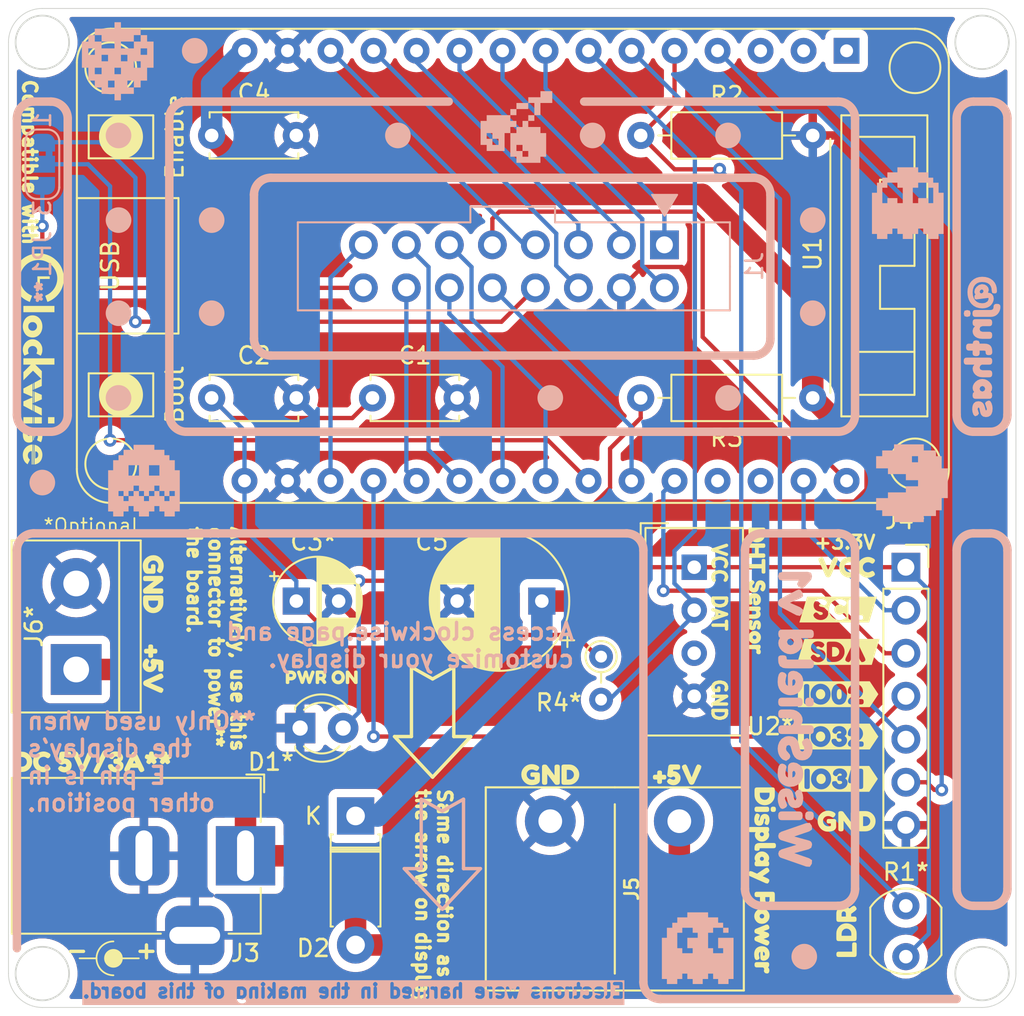
<source format=kicad_pcb>
(kicad_pcb (version 20240108) (generator "pcbnew") (generator_version "8.0")
  (title_block (title "WiseShield-32") (date "2025-01-23") (rev "1") (company "Embedded Rocks!") (comment 1 "Version: WROOM-DOIT") (comment 2 "https://creativecommons.org/licenses/by/4.0/") (comment 3 "License: CC BY 4.0") (comment 4 "Author: Jonathas Barbosa"))
  (layers (0 "F.Cu" signal) (31 "B.Cu" signal) (34 "B.Paste" user) (35 "F.Paste" user) (36 "B.SilkS" user "B.Silkscreen") (37 "F.SilkS" user "F.Silkscreen") (38 "B.Mask" user) (39 "F.Mask" user) (44 "Edge.Cuts" user))
  (net 0 "")
  (net 1 "+3.3V")
  (net 2 "GNDREF")
  (net 3 "Net-(D1-A)")
  (net 4 "+5VA")
  (net 5 "IO34")
  (net 6 "SCL")
  (net 7 "SDA")
  (net 8 "IO32")
  (net 9 "IO02")
  (net 10 "IO18")
  (net 11 "IO35")
  (net 14 "IO13")
  (net 15 "IO12")
  (net 16 "IO05")
  (net 18 "IO26")
  (net 19 "IO23")
  (net 20 "IO16")
  (net 22 "IO15")
  (net 23 "IO25")
  (net 24 "IO14")
  (net 25 "IO27")
  (net 26 "IO04")
  (net 28 "IO33")
  (net 29 "IO19")
  (net 30 "IO17")
  (net 32 "PWR_ON")
  (net 33 "Net-(J1-Pin_8)")
  (net 34 "Net-(J1-Pin_16)")
  (footprint "kibuzzard-6792CDEE" (layer "F.Cu") (at 146.5 101.5)
    (property "Reference" "kibuzzard-6792CDEE" (hide yes))
    (property "Value" "G***" (hide yes))
  )
  (footprint "kibuzzard-679260A2" (layer "F.Cu") (at 106.05 95 -90)
    (property "Reference" "kibuzzard-679260A2" (hide yes))
    (property "Value" "G***" (hide yes))
  )
  (footprint "Capacitor_THT:CP_Radial_D5.0mm_P2.50mm" (layer "F.Cu") (at 114.5 96)
    (property "Reference" "C3*")
    (property "Value" "100uF")
  )
  (footprint "kibuzzard-6792CDF2" (layer "F.Cu") (at 146.5 104)
    (property "Reference" "kibuzzard-6792CDF2" (hide yes))
    (property "Value" "G***" (hide yes))
  )
  (footprint "TerminalBlock:TerminalBlock_bornier-2_P5.08mm" (layer "F.Cu") (at 101.5 100.04 90)
    (property "Reference" "J6*")
    (property "Value" "Power Input")
  )
  (footprint "LED_THT:LED_D3.0mm" (layer "F.Cu") (at 114.725 103.5)
    (property "Reference" "D1*")
    (property "Value" "LED")
  )
  (footprint "kibuzzard-679265D3" (layer "F.Cu") (at 116 100.5)
    (property "Reference" "kibuzzard-679265D3" (hide yes))
    (property "Value" "G***" (hide yes))
  )
  (footprint "Capacitor_THT:C_Disc_D5.0mm_W2.5mm_P5.00mm" (layer "F.Cu") (at 109.5 68.5)
    (property "Reference" "C4")
    (property "Value" "1uF")
  )
  (footprint "TerminalBlock_KF:KF7.62_2P" (layer "F.Cu") (at 133.31 113 180)
    (property "Reference" "J5")
    (property "Value" "Display Power" (hide yes))
  )
  (footprint "kibuzzard-679260A2" (layer "F.Cu") (at 129.5 106.25)
    (property "Reference" "kibuzzard-679260A2-2" (hide yes))
    (property "Value" "G***" (hide yes))
  )
  (footprint "kibuzzard-6792CDE8" (layer "F.Cu") (at 146.5 99)
    (property "Reference" "kibuzzard-6792CDE8" (hide yes))
    (property "Value" "G***" (hide yes))
  )
  (footprint "ESP32-30pins-DOIT:esp32_devkit_v1_doit" (layer "F.Cu") (at 147 76.2 -90)
    (property "Reference" "U1")
    (property "Value" "ESP32_DevKit_V1_DOIT")
  )
  (footprint "kibuzzard-6792CDDD" (layer "F.Cu") (at 147 94)
    (property "Reference" "kibuzzard-6792CDDD" (hide yes))
    (property "Value" "G***" (hide yes))
  )
  (footprint "OptoDevice:R_LDR_5.0x4.1mm_P3mm_Vertical" (layer "F.Cu") (at 150.5 117 90)
    (property "Reference" "R1*")
    (property "Value" "A9050")
  )
  (footprint "Capacitor_THT:C_Disc_D5.0mm_W2.5mm_P5.00mm" (layer "F.Cu") (at 109.5 84)
    (property "Reference" "C2")
    (property "Value" "100nF")
  )
  (footprint "Capacitor_THT:CP_Radial_D8.0mm_P5.00mm" (layer "F.Cu") (at 129 96 180)
    (property "Reference" "C5")
    (property "Value" "470uF")
  )
  (footprint "kibuzzard-6792CDFD" (layer "F.Cu") (at 147 109)
    (property "Reference" "kibuzzard-6792CDFD" (hide yes))
    (property "Value" "G***" (hide yes))
  )
  (footprint "kibuzzard-679263B5" (layer "F.Cu") (at 147 115.5 90)
    (property "Reference" "kibuzzard-679263B5" (hide yes))
    (property "Value" "G***" (hide yes))
  )
  (footprint "kibuzzard-67964EF4" (layer "F.Cu") (at 146.5 96.5)
    (property "Reference" "kibuzzard-67964EF4" (hide yes))
    (property "Value" "G***" (hide yes))
  )
  (footprint "kibuzzard-67963938" (layer "F.Cu") (at 142 112.5 -90)
    (property "Reference" "kibuzzard-67963938" (hide yes))
    (property "Value" "G***" (hide yes))
  )
  (footprint "Diode_THT:D_DO-41_SOD81_P7.62mm_Horizontal" (layer "F.Cu") (at 118 108.69 -90)
    (property "Reference" "D2")
    (property "Value" "1N5819")
  )
  (footprint "kibuzzard-679260BA" (layer "F.Cu") (at 137 106.25)
    (property "Reference" "kibuzzard-679260BA-2" (hide yes))
    (property "Value" "G***" (hide yes))
  )
  (footprint "Resistor_THT:R_Axial_DIN0207_L6.3mm_D2.5mm_P10.16mm_Horizontal" (layer "F.Cu") (at 134.84 68.5)
    (property "Reference" "R2")
    (property "Value" "10K")
  )
  (footprint "Sensor:Aosong_DHT11_5.5x12.0_P2.54mm" (layer "F.Cu") (at 138 94)
    (property "Reference" "U2*")
    (property "Value" "DHT11")
  )
  (footprint "kibuzzard-679FD3E6" (layer "F.Cu") (at 102.5 105.5)
    (property "Reference" "kibuzzard-679FD3E6" (hide yes))
    (property "Value" "G***" (hide yes))
  )
  (footprint "kibuzzard-6792CDF7" (layer "F.Cu") (at 146.5 106.5)
    (property "Reference" "kibuzzard-6792CDF7" (hide yes))
    (property "Value" "G***" (hide yes))
  )
  (footprint "Connector_PinSocket_2.54mm:PinSocket_1x07_P2.54mm_Vertical" (layer "F.Cu") (at 150.5 94)
    (property "Reference" "J4*")
    (property "Value" "Expansion Header")
  )
  (footprint "Connector_BarrelJack:BarrelJack_Horizontal" (layer "F.Cu") (at 111.5 111.0425)
    (property "Reference" "J3")
    (property "Value" "Power Input")
  )
  (footprint "kibuzzard-67926B2D" (layer "F.Cu") (at 141.7 95.4 -90)
    (property "Reference" "kibuzzard-67926B2D" (hide yes))
    (property "Value" "G***" (hide yes))
  )
  (footprint "Resistor_THT:R_Axial_DIN0207_L6.3mm_D2.5mm_P10.16mm_Horizontal" (layer "F.Cu") (at 145 84 180)
    (property "Reference" "R3")
    (property "Value" "1K")
  )
  (footprint "kibuzzard-679260BA" (layer "F.Cu") (at 106.05 100 -90)
    (property "Reference" "kibuzzard-679260BA" (hide yes))
    (property "Value" "G***" (hide yes))
  )
  (footprint "Capacitor_THT:C_Disc_D5.0mm_W2.5mm_P5.00mm" (layer "F.Cu") (at 119 84)
    (property "Reference" "C1")
    (property "Value" "100nF")
  )
  (footprint "Resistor_THT:R_Axial_DIN0204_L3.6mm_D1.6mm_P2.54mm_Vertical" (layer "F.Cu") (at 132.5 99.28 -90)
    (property "Reference" "R4*")
    (property "Value" "10K")
  )
  (footprint "kibuzzard-6796368B" (layer "B.Cu") (at 155 81 -90)
    (property "Reference" "kibuzzard-6796368B" (hide yes))
    (property "Value" "G***" (hide yes))
  )
  (footprint "kibuzzard-6791A0E6" (layer "B.Cu") (at 144 103 90)
    (property "Reference" "kibuzzard-6791A0E6" (hide yes))
    (property "Value" "G***" (hide yes))
  )
  (footprint "HUB75:HUB75_Socket_2x8_P2.54mm_Vertical" (layer "B.Cu") (at 138.78 74.96 90)
    (property "Reference" "J1")
    (property "Value" "HUB75_Connector_02x08")
  )
  (footprint "Jumper:SolderJumper-3_P1.3mm_Bridged2Bar12_RoundedPad1.0x1.5mm_NumberLabels" (layer "B.Cu") (at 99.5 70.2 -90)
    (property "Reference" "JP1")
    (property "Value" "PinE")
  )
  (gr_arc (start 107 67.5) (mid 107.292893 66.792893) (end 108 66.5) (stroke (width 0.5)) (layer "B.SilkS"))
  (gr_arc (start 142.5 80.5) (mid 142.207107 81.207107) (end 141.5 81.5) (stroke (width 0.5)) (layer "B.SilkS"))
  (gr_line (start 146.5 86) (end 108 86) (stroke (width 0.5)) (layer "B.SilkS"))
  (gr_line (start 100 86) (end 99 86) (stroke (width 0.5)) (layer "B.SilkS"))
  (gr_poly (pts (xy 127.5 66.941665) (xy 127.499998 66.941665) (xy 127.499998 66.941662) (xy 127.5 66.941662)) (stroke (width -0.000001)) (fill solid) (layer "B.SilkS"))
  (gr_arc (start 156.5 113) (mid 156.207107 113.707107) (end 155.5 114) (stroke (width 0.5)) (layer "B.SilkS"))
  (gr_arc (start 142 114) (mid 141.292893 113.707107) (end 141 113) (stroke (width 0.5)) (layer "B.SilkS"))
  (gr_arc (start 153.5 93) (mid 153.792893 92.292893) (end 154.5 92) (stroke (width 0.5)) (layer "B.SilkS"))
  (gr_arc (start 146.5 66.5) (mid 147.207107 66.792893) (end 147.5 67.5) (stroke (width 0.5)) (layer "B.SilkS"))
  (gr_line (start 108 66.5) (end 123.5 66.5) (stroke (width 0.5)) (layer "B.SilkS"))
  (gr_arc (start 156.5 85) (mid 156.207107 85.707107) (end 155.5 86) (stroke (width 0.5)) (layer "B.SilkS"))
  (gr_poly (pts (xy 149.801501 87.102997) (xy 149.102999 87.102997) (xy 149.102999 87.441666) (xy 148.743166 87.441666) (xy 148.743166 88.161335) (xy 149.441668 88.161335) (xy 149.441668 88.5) (xy 150.5 88.5) (xy 150.5 88.859833) (xy 151.219666 88.859833) (xy 151.219666 89.219665) (xy 150.5 89.219665) (xy 150.5 89.579498) (xy 149.441668 89.579498) (xy 149.441668 89.918167) (xy 148.743166 89.918167) (xy 148.743166 90.637836) (xy 149.102999 90.637836) (xy 149.102999 90.976501) (xy 149.801501 90.976501) (xy 149.801501 91.336334) (xy 151.558333 91.336334) (xy 151.558333 90.976501) (xy 152.277998 90.976501) (xy 152.277998 90.637833) (xy 152.616663 90.637833) (xy 152.616663 89.918163) (xy 152.976496 89.918163) (xy 152.976496 88.161331) (xy 152.616663 88.161331) (xy 152.616663 87.801502) (xy 151.219666 87.801502) (xy 150.859833 87.801502) (xy 150.859833 87.441669) (xy 151.219666 87.441669) (xy 151.219666 87.801502) (xy 152.616663 87.801502) (xy 152.616663 87.441662) (xy 152.277998 87.441662) (xy 152.277998 87.102997) (xy 151.558333 87.102997) (xy 151.558333 86.743164) (xy 149.801501 86.743164)) (stroke (width -0.000001)) (fill solid) (layer "B.SilkS"))
  (gr_arc (start 154.5 86) (mid 153.792893 85.707107) (end 153.5 85) (stroke (width 0.5)) (layer "B.SilkS"))
  (gr_arc (start 147.5 85) (mid 147.207107 85.707107) (end 146.5 86) (stroke (width 0.5)) (layer "B.SilkS"))
  (gr_arc (start 153.5 67.5) (mid 153.792893 66.792893) (end 154.5 66.5) (stroke (width 0.5)) (layer "B.SilkS"))
  (gr_line (start 98 116.5) (end 98 93) (stroke (width 0.5)) (layer "B.SilkS"))
  (gr_arc (start 113 81.5) (mid 112.292893 81.207107) (end 112 80.5) (stroke (width 0.5)) (layer "B.SilkS"))
  (gr_line (start 154.5 66.5) (end 155.5 66.5) (stroke (width 0.5)) (layer "B.SilkS"))
  (gr_line (start 99 66.5) (end 100 66.5) (stroke (width 0.5)) (layer "B.SilkS"))
  (gr_poly (pts (xy 140.026829 115.589832) (xy 139.709328 115.589832) (xy 139.709328 115.293499) (xy 140.026829 115.293499)) (stroke (width -0.000001)) (fill solid) (layer "B.SilkS"))
  (gr_circle (center 108.5 63.5) (end 109.207107 63.5) (stroke (width 0.1)) (fill solid) (layer "B.SilkS"))
  (gr_arc (start 146.5 92) (mid 147.207107 92.292893) (end 147.5 93) (stroke (width 0.5)) (layer "B.SilkS"))
  (gr_arc (start 136 119.5) (mid 135.292893 119.207107) (end 135 118.5) (stroke (width 0.5)) (layer "B.SilkS"))
  (gr_poly (pts (xy 104.142999 62.192837) (xy 105.307165 62.192837) (xy 105.307165 62.57383) (xy 104.905001 62.57383) (xy 104.905001 62.954826) (xy 105.307165 62.954826) (xy 105.307165 62.573833) (xy 105.688166 62.573833) (xy 105.688166 62.95483) (xy 106.069166 62.95483) (xy 106.069166 64.5) (xy 105.688166 64.5) (xy 105.688166 65.262001) (xy 105.307165 65.262001) (xy 105.307165 65.664169) (xy 104.905001 65.664169) (xy 104.905001 66.045166) (xy 104.142999 66.045166) (xy 104.142999 66.426163) (xy 103.761999 66.426163) (xy 103.762001 66.235664) (xy 103.762001 66.045166) (xy 103 66.045166) (xy 103 65.664169) (xy 102.597832 65.664169) (xy 102.597832 65.664165) (xy 103.381001 65.664165) (xy 103.762001 65.664165) (xy 104.524 65.664165) (xy 104.905001 65.664165) (xy 104.905001 65.261997) (xy 104.524 65.261997) (xy 104.524 65.664165) (xy 103.762001 65.664165) (xy 103.762001 65.261997) (xy 103.381001 65.261997) (xy 103.381001 65.664165) (xy 102.597832 65.664165) (xy 102.597832 65.262001) (xy 102.216832 65.262001) (xy 102.216832 64.880997) (xy 102.597832 64.880997) (xy 103 64.880997) (xy 103.761999 64.880997) (xy 104.142999 64.880997) (xy 104.142999 64.5) (xy 103.761999 64.5) (xy 103.761999 64.880997) (xy 103 64.880997) (xy 103 64.5) (xy 102.597832 64.5) (xy 102.597832 64.880997) (xy 102.216832 64.880997) (xy 102.216832 64.5) (xy 101.835831 64.5) (xy 101.835831 64.499996) (xy 104.905001 64.499996) (xy 105.307165 64.499996) (xy 105.307165 64.118999) (xy 104.905001 64.118999) (xy 104.905001 64.499996) (xy 101.835831 64.499996) (xy 101.835831 64.118996) (xy 103 64.118996) (xy 103.381001 64.118996) (xy 104.142999 64.118996) (xy 104.524 64.118996) (xy 104.524 63.737999) (xy 104.142999 63.737999) (xy 104.142999 64.118996) (xy 103.381001 64.118996) (xy 103.381001 63.737999) (xy 103 63.737999) (xy 103 64.118996) (xy 101.835831 64.118996) (xy 101.835831 63.737995) (xy 102.216833 63.737995) (xy 102.597834 63.737995) (xy 105.307165 63.737995) (xy 105.688166 63.737995) (xy 105.688166 63.356998) (xy 105.307165 63.356998) (xy 105.307165 63.737995) (xy 102.597834 63.737995) (xy 102.597834 63.356998) (xy 102.216833 63.356998) (xy 102.216833 63.737995) (xy 101.835831 63.737995) (xy 101.835831 63.356995) (xy 103 63.356995) (xy 103.762001 63.356995) (xy 104.142999 63.356995) (xy 104.905001 63.356995) (xy 104.905001 62.954826) (xy 104.142999 62.954826) (xy 104.142999 63.356995) (xy 103.762001 63.356995) (xy 103.762001 62.954826) (xy 103 62.954826) (xy 103 63.356995) (xy 101.835831 63.356995) (xy 101.835831 62.95483) (xy 102.216832 62.95483) (xy 102.216832 62.573833) (xy 102.597832 62.573833) (xy 102.597832 62.954826) (xy 103 62.954826) (xy 103 62.57383) (xy 102.597832 62.57383) (xy 102.597832 62.192837) (xy 103.761999 62.192837) (xy 103.761999 61.81184) (xy 104.142999 61.81184)) (stroke (width -0.000001)) (fill solid) (layer "B.SilkS"))
  (gr_line (start 107 85) (end 107 67.5) (stroke (width 0.5)) (layer "B.SilkS"))
  (gr_circle (center 99.5 89) (end 100.207107 89) (stroke (width 0.1)) (fill solid) (layer "B.SilkS"))
  (gr_line (start 123.125 108.4) (end 121.875 107.7) (stroke (width 0.2)) (layer "B.SilkS"))
  (gr_line (start 123.125 114.2) (end 125.375 111.8) (stroke (width 0.2)) (layer "B.SilkS"))
  (gr_line (start 124.375 107.7) (end 124.375 111.8) (stroke (width 0.2)) (layer "B.SilkS"))
  (gr_circle (center 145 79) (end 145.707107 79) (stroke (width 0.1)) (fill solid) (layer "B.SilkS"))
  (gr_arc (start 134 92) (mid 134.707107 92.292893) (end 135 93) (stroke (width 0.5)) (layer "B.SilkS"))
  (gr_arc (start 99 86) (mid 98.292893 85.707107) (end 98 85) (stroke (width 0.5)) (layer "B.SilkS"))
  (gr_arc (start 101 85) (mid 100.707107 85.707107) (end 100 86) (stroke (width 0.5)) (layer "B.SilkS"))
  (gr_line (start 112 80.5) (end 112 72) (stroke (width 0.5)) (layer "B.SilkS"))
  (gr_line (start 146.5 114) (end 142 114) (stroke (width 0.5)) (layer "B.SilkS"))
  (gr_poly (pts (xy 151.227664 70.67683) (xy 151.82033 70.67683) (xy 151.82033 70.994328) (xy 152.116664 70.994328) (xy 152.116664 71.290661) (xy 152.434161 71.290661) (xy 152.434161 71.883328) (xy 152.730494 71.883328) (xy 152.730494 74.317497) (xy 152.434161 74.317497) (xy 152.434161 74.61383) (xy 151.820326 74.61383) (xy 151.820326 74.317497) (xy 151.523993 74.317497) (xy 151.523993 74) (xy 151.22766 74) (xy 151.22766 74.317497) (xy 150.910163 74.317497) (xy 150.910163 74.61383) (xy 150.317497 74.61383) (xy 150.317497 74.317497) (xy 150 74.317497) (xy 150 74) (xy 149.703666 74) (xy 149.703666 74.317497) (xy 149.407333 74.317497) (xy 149.407333 74.61383) (xy 148.793501 74.61383) (xy 148.793506 74.465663) (xy 148.793506 74.317497) (xy 148.497173 74.317497) (xy 148.497173 71.883328) (xy 148.793506 71.883328) (xy 148.793506 71.587002) (xy 149.111005 71.587002) (xy 149.111005 72.497166) (xy 149.407337 72.497166) (xy 149.407339 72.348999) (xy 149.407339 72.200832) (xy 150.000004 72.200832) (xy 150.000004 72.497166) (xy 150.317501 72.497166) (xy 150.317501 71.587002) (xy 150.910174 71.587002) (xy 150.910174 72.497166) (xy 151.227671 72.497166) (xy 151.227671 72.200832) (xy 151.820338 72.200832) (xy 151.820338 72.497166) (xy 152.116671 72.497166) (xy 152.116671 71.587002) (xy 151.820338 71.587002) (xy 151.820338 71.290669) (xy 151.227671 71.290669) (xy 151.227671 71.587002) (xy 150.910174 71.587002) (xy 150.317501 71.587002) (xy 150.000004 71.587002) (xy 150.000004 71.290669) (xy 149.407337 71.290669) (xy 149.407337 71.587002) (xy 149.111005 71.587002) (xy 148.793506 71.587002) (xy 148.793506 71.290661) (xy 149.111007 71.290661) (xy 149.111007 70.994328) (xy 149.407339 70.994328) (xy 149.407339 70.67683) (xy 150.000004 70.67683) (xy 150.000004 70.380497) (xy 151.227664 70.380497)) (stroke (width -0.000001)) (fill solid) (layer "B.SilkS"))
  (gr_poly (pts (xy 137 72) (xy 135.5 72) (xy 136.25 73.25)) (stroke (width 0.1)) (fill solid) (layer "B.SilkS"))
  (gr_arc (start 141.5 71) (mid 142.207107 71.292893) (end 142.5 72) (stroke (width 0.5)) (layer "B.SilkS"))
  (gr_line (start 125.375 111.8) (end 124.375 111.8) (stroke (width 0.2)) (layer "B.SilkS"))
  (gr_arc (start 112 72) (mid 112.292893 71.292893) (end 113 71) (stroke (width 0.5)) (layer "B.SilkS"))
  (gr_poly (pts (xy 129.616669 66.581833) (xy 128.918169 66.581833) (xy 128.918169 67.301502) (xy 128.558336 67.301502) (xy 128.558336 67.640167) (xy 128.198503 67.640167) (xy 128.198503 68) (xy 128.918173 68) (xy 128.918173 68.359832) (xy 129.25684 68.359832) (xy 129.25684 69.756836) (xy 128.918173 69.756836) (xy 128.918173 70.116668) (xy 127.500004 70.116668) (xy 127.5 69.936752) (xy 127.5 69.756836) (xy 127.859831 69.756836) (xy 128.198499 69.756836) (xy 128.198499 69.418167) (xy 127.859831 69.418167) (xy 127.859831 69.756836) (xy 127.5 69.756836) (xy 127.140167 69.756836) (xy 127.140167 69.418167) (xy 127.499996 69.418167) (xy 127.859831 69.418167) (xy 127.859831 69.058334) (xy 127.499996 69.058334) (xy 127.499996 69.418167) (xy 127.140167 69.418167) (xy 127.140167 68.359832) (xy 126.8015 68.359832) (xy 126.8015 69.418163) (xy 125.743168 69.418163) (xy 125.743168 69.058334) (xy 126.081834 69.058334) (xy 126.441667 69.058334) (xy 126.441667 68.698501) (xy 126.081834 68.698501) (xy 126.081834 69.058334) (xy 125.743168 69.058334) (xy 125.743168 69.05833) (xy 125.383331 69.05833) (xy 125.383331 68.698501) (xy 125.743168 68.698501) (xy 126.081834 68.698501) (xy 126.081834 68.359832) (xy 125.743168 68.359832) (xy 125.743168 68.698501) (xy 125.383331 68.698501) (xy 125.383331 67.640163) (xy 125.743168 67.640163) (xy 125.743168 67.301498) (xy 127.140165 67.301498) (xy 127.140165 67.640159) (xy 127.499998 67.640159) (xy 127.499998 67.999992) (xy 127.140165 67.999992) (xy 127.140165 68.359825) (xy 127.499998 68.359825) (xy 127.5 68.179916) (xy 127.5 68) (xy 127.859834 68) (xy 127.859834 67.640167) (xy 128.198499 67.640167) (xy 128.198499 67.301498) (xy 128.558332 67.301498) (xy 128.558332 66.581829) (xy 128.198499 66.581829) (xy 128.198499 66.243164) (xy 128.918169 66.243164) (xy 128.918169 65.883331) (xy 129.616669 65.883331)) (stroke (width -0.000001)) (fill solid) (layer "B.SilkS"))
  (gr_line (start 147.5 67.5) (end 147.5 85) (stroke (width 0.5)) (layer "B.SilkS"))
  (gr_circle (center 104 84) (end 104.707107 84) (stroke (width 0.1)) (fill solid) (layer "B.SilkS"))
  (gr_circle (center 109.5 73.5) (end 110.207107 73.5) (stroke (width 0.1)) (fill solid) (layer "B.SilkS"))
  (gr_circle (center 129.5 84) (end 130.207107 84) (stroke (width 0.1)) (fill solid) (layer "B.SilkS"))
  (gr_line (start 153.5 119.5) (end 136 119.5) (stroke (width 0.5)) (layer "B.SilkS"))
  (gr_arc (start 98 67.5) (mid 98.292893 66.792893) (end 99 66.5) (stroke (width 0.5)) (layer "B.SilkS"))
  (gr_circle (center 104 79) (end 104.707107 79) (stroke (width 0.1)) (fill solid) (layer "B.SilkS"))
  (gr_line (start 121.875 107.7) (end 121.875 111.8) (stroke (width 0.2)) (layer "B.SilkS"))
  (gr_line (start 101 67.5) (end 101 85) (stroke (width 0.5)) (layer "B.SilkS"))
  (gr_poly (pts (xy 127.499998 67.301494) (xy 127.140167 67.301494) (xy 127.140167 66.941665) (xy 127.499998 66.941665)) (stroke (width -0.000001)) (fill solid) (layer "B.SilkS"))
  (gr_line (start 123.125 114.2) (end 120.875 111.8) (stroke (width 0.2)) (layer "B.SilkS"))
  (gr_circle (center 140 84) (end 140.707107 84) (stroke (width 0.1)) (fill solid) (layer "B.SilkS"))
  (gr_line (start 124.375 107.7) (end 123.125 108.4) (stroke (width 0.2)) (layer "B.SilkS"))
  (gr_arc (start 154.5 114) (mid 153.792893 113.707107) (end 153.5 113) (stroke (width 0.5)) (layer "B.SilkS"))
  (gr_line (start 154.5 92) (end 155.5 92) (stroke (width 0.5)) (layer "B.SilkS"))
  (gr_line (start 98 85) (end 98 67.5) (stroke (width 0.5)) (layer "B.SilkS"))
  (gr_line (start 153.5 85) (end 153.5 67.5) (stroke (width 0.5)) (layer "B.SilkS"))
  (gr_line (start 155.5 114) (end 154.5 114) (stroke (width 0.5)) (layer "B.SilkS"))
  (gr_circle (center 120.5 68.5) (end 121.207107 68.5) (stroke (width 0.1)) (fill solid) (layer "B.SilkS"))
  (gr_line (start 141 113) (end 141 93) (stroke (width 0.5)) (layer "B.SilkS"))
  (gr_arc (start 155.5 66.5) (mid 156.207107 66.792893) (end 156.5 67.5) (stroke (width 0.5)) (layer "B.SilkS"))
  (gr_arc (start 155.5 92) (mid 156.207107 92.292893) (end 156.5 93) (stroke (width 0.5)) (layer "B.SilkS"))
  (gr_line (start 156.5 67.5) (end 156.5 85) (stroke (width 0.5)) (layer "B.SilkS"))
  (gr_line (start 156.5 93) (end 156.5 113) (stroke (width 0.5)) (layer "B.SilkS"))
  (gr_circle (center 145 73.5) (end 145.707107 73.5) (stroke (width 0.1)) (fill solid) (layer "B.SilkS"))
  (gr_line (start 147.5 93) (end 147.5 113) (stroke (width 0.5)) (layer "B.SilkS"))
  (gr_line (start 142 92) (end 146.5 92) (stroke (width 0.5)) (layer "B.SilkS"))
  (gr_line (start 141.5 81.5) (end 113 81.5) (stroke (width 0.5)) (layer "B.SilkS"))
  (gr_circle (center 109.5 79) (end 110.207107 79) (stroke (width 0.1)) (fill solid) (layer "B.SilkS"))
  (gr_line (start 142.5 72) (end 142.5 80.5) (stroke (width 0.5)) (layer "B.SilkS"))
  (gr_arc (start 147.5 113) (mid 147.207107 113.707107) (end 146.5 114) (stroke (width 0.5)) (layer "B.SilkS"))
  (gr_poly (pts (xy 138.820328 114.679668) (xy 139.412995 114.679668) (xy 139.412995 114.997166) (xy 139.709328 114.997166) (xy 139.709328 115.293499) (xy 139.11666 115.293499) (xy 139.11666 115.589832) (xy 138.820328 115.589832) (xy 138.820328 116.499996) (xy 139.11666 116.499996) (xy 139.11666 116.796329) (xy 139.709328 116.796329) (xy 139.709328 116.499996) (xy 139.412995 116.499996) (xy 139.412995 115.886162) (xy 140.323162 115.886162) (xy 140.323162 118.320331) (xy 140.026831 118.320331) (xy 140.026831 118.468498) (xy 140.026825 118.616668) (xy 139.412991 118.616668) (xy 139.412991 118.320335) (xy 139.11666 118.320335) (xy 139.11666 118.002838) (xy 138.820328 118.002838) (xy 138.820328 118.320335) (xy 138.502827 118.320335) (xy 138.502827 118.616668) (xy 137.910159 118.616668) (xy 137.910159 118.320335) (xy 137.592657 118.320335) (xy 137.592657 118.002838) (xy 137.296326 118.002838) (xy 137.296326 118.320335) (xy 136.999995 118.320335) (xy 136.999995 118.616668) (xy 136.38616 118.616668) (xy 136.38616 118.320335) (xy 136.089829 118.320335) (xy 136.089829 115.886165) (xy 136.38616 115.886165) (xy 136.38616 115.589836) (xy 137 115.589836) (xy 137 116.5) (xy 137.296332 116.5) (xy 137.296332 116.796337) (xy 137.910164 116.796337) (xy 137.910164 116.500003) (xy 137.592663 116.500003) (xy 137.592663 115.886169) (xy 138.206498 115.886169) (xy 138.206498 115.589836) (xy 137.910164 115.589836) (xy 137.910164 115.293503) (xy 137.296332 115.293503) (xy 137.296332 115.589836) (xy 137 115.589836) (xy 136.38616 115.589836) (xy 136.38616 115.293499) (xy 136.703661 115.293499) (xy 136.703661 114.997166) (xy 136.999995 114.997166) (xy 136.999995 114.679668) (xy 137.592661 114.679668) (xy 137.592661 114.383335) (xy 138.820328 114.383335)) (stroke (width -0.000001)) (fill solid) (layer "B.SilkS"))
  (gr_line (start 134 92) (end 99 92) (stroke (width 0.5)) (layer "B.SilkS"))
  (gr_line (start 155.5 86) (end 154.5 86) (stroke (width 0.5)) (layer "B.SilkS"))
  (gr_arc (start 141 93) (mid 141.292893 92.292893) (end 142 92) (stroke (width 0.5)) (layer "B.SilkS"))
  (gr_line (start 135 93) (end 135 118.5) (stroke (width 0.5)) (layer "B.SilkS"))
  (gr_poly (pts (xy 106.116665 87.065832) (xy 106.709332 87.065832) (xy 106.709332 87.383333) (xy 107.005665 87.383333) (xy 107.005665 87.679667) (xy 107.323162 87.679667) (xy 107.323162 88.272333) (xy 107.619496 88.272333) (xy 107.619496 90.706501) (xy 107.323162 90.706501) (xy 107.323162 91.002834) (xy 106.709328 91.002834) (xy 106.709328 90.706501) (xy 106.412995 90.706501) (xy 106.412995 90.389004) (xy 106.116663 90.389004) (xy 106.116663 90.706501) (xy 105.799162 90.706501) (xy 105.799162 91.002834) (xy 105.206494 91.002834) (xy 105.206494 90.706501) (xy 104.888993 90.706501) (xy 104.888993 90.389004) (xy 104.592661 90.389004) (xy 104.592661 90.706501) (xy 104.296328 90.706501) (xy 104.296328 91.002834) (xy 103.682495 91.002834) (xy 103.682497 90.854667) (xy 103.682497 90.706501) (xy 103.386166 90.706501) (xy 103.386166 90.092667) (xy 104.296332 90.092667) (xy 104.592665 90.092667) (xy 105.502829 90.092667) (xy 105.799162 90.092667) (xy 106.709328 90.092667) (xy 107.005661 90.092667) (xy 107.005661 89.796333) (xy 107.323159 89.796333) (xy 107.323159 89.5) (xy 107.005661 89.5) (xy 107.005661 89.796333) (xy 106.709328 89.796333) (xy 106.709328 90.092667) (xy 105.799162 90.092667) (xy 105.799162 89.796333) (xy 106.116663 89.796333) (xy 106.412995 89.796333) (xy 106.709328 89.796333) (xy 106.709328 89.5) (xy 106.412995 89.5) (xy 106.412995 89.796333) (xy 106.116663 89.796333) (xy 106.116663 89.5) (xy 106.412995 89.5) (xy 106.412995 89.182503) (xy 106.116663 89.182503) (xy 106.116663 89.5) (xy 105.799162 89.5) (xy 105.799162 89.796333) (xy 105.502829 89.796333) (xy 105.502829 90.092667) (xy 104.592665 90.092667) (xy 104.592665 89.796333) (xy 104.888997 89.796333) (xy 105.206498 89.796333) (xy 105.502829 89.796333) (xy 105.502829 89.5) (xy 105.206498 89.5) (xy 105.206498 89.796333) (xy 104.888997 89.796333) (xy 104.888997 89.5) (xy 105.206498 89.5) (xy 105.206498 89.182503) (xy 104.888997 89.182503) (xy 104.888997 89.5) (xy 104.592665 89.5) (xy 104.592665 89.796333) (xy 104.296332 89.796333) (xy 104.296332 90.092667) (xy 103.386166 90.092667) (xy 103.386166 89.796333) (xy 104 89.796333) (xy 104.296332 89.796333) (xy 104.296332 89.5) (xy 104 89.5) (xy 104 89.796333) (xy 103.386166 89.796333) (xy 103.386166 88.589832) (xy 104.592665 88.589832) (xy 105.206498 88.589832) (xy 105.799166 88.589832) (xy 106.412999 88.589832) (xy 106.412999 87.976) (xy 105.799166 87.976) (xy 105.799166 88.589832) (xy 105.206498 88.589832) (xy 105.206498 87.976) (xy 104.592665 87.976) (xy 104.592665 88.589832) (xy 103.386166 88.589832) (xy 103.386166 88.272333) (xy 103.682497 88.272333) (xy 103.682497 87.679667) (xy 103.999998 87.679667) (xy 103.999998 87.383333) (xy 104.29633 87.383333) (xy 104.29633 87.065832) (xy 104.888998 87.065832) (xy 104.888998 86.769501) (xy 106.116665 86.769501)) (stroke (width -0.000001)) (fill solid) (layer "B.SilkS"))
  (gr_circle (center 144.5 117) (end 145.207107 117) (stroke (width 0.1)) (fill solid) (layer "B.SilkS"))
  (gr_poly (pts (xy 127.140167 67.301498) (xy 127.140165 67.301498) (xy 127.140165 67.301494) (xy 127.140167 67.301494)) (stroke (width -0.000001)) (fill solid) (layer "B.SilkS"))
  (gr_arc (start 108 86) (mid 107.292893 85.707107) (end 107 85) (stroke (width 0.5)) (layer "B.SilkS"))
  (gr_line (start 120.875 111.8) (end 121.875 111.8) (stroke (width 0.2)) (layer "B.SilkS"))
  (gr_line (start 153.5 113) (end 153.5 93) (stroke (width 0.5)) (layer "B.SilkS"))
  (gr_poly (pts (xy 128.198499 66.941662) (xy 127.5 66.941662) (xy 127.5 66.581833) (xy 128.198499 66.581833)) (stroke (width -0.000001)) (fill solid) (layer "B.SilkS"))
  (gr_arc (start 98 93) (mid 98.292893 92.292893) (end 99 92) (stroke (width 0.5)) (layer "B.SilkS"))
  (gr_arc (start 100 66.5) (mid 100.707107 66.792893) (end 101 67.5) (stroke (width 0.5)) (layer "B.SilkS"))
  (gr_circle (center 104 73.5) (end 104.707107 73.5) (stroke (width 0.1)) (fill solid) (layer "B.SilkS"))
  (gr_line (start 131.5 66.5) (end 146.5 66.5) (stroke (width 0.5)) (layer "B.SilkS"))
  (gr_circle (center 132 68.5) (end 132.707107 68.5) (stroke (width 0.1)) (fill solid) (layer "B.SilkS"))
  (gr_circle (center 140 68.5) (end 140.707107 68.5) (stroke (width 0.1)) (fill solid) (layer "B.SilkS"))
  (gr_line (start 113 71) (end 141.5 71) (stroke (width 0.5)) (layer "B.SilkS"))
  (gr_circle (center 104 68.5) (end 104.707107 68.5) (stroke (width 0.1)) (fill solid) (layer "B.SilkS"))
  (gr_line (start 121.3 99.9) (end 121.3 104) (stroke (width 0.2)) (layer "F.SilkS"))
  (gr_line (start 102.7 117.1) (end 101.7 117.1) (stroke (width 0.1)) (layer "F.SilkS"))
  (gr_line (start 121.3 99.9) (end 122.55 100.6) (stroke (width 0.2)) (layer "F.SilkS"))
  (gr_poly (pts (xy 99.088065 82.034771) (xy 99.279418 82.226212) (xy 99.47077 82.417653) (xy 99.469026 82.856331) (xy 99.467281 83.29501) (xy 99.294562 83.373124) (xy 99.189578 83.42032) (xy 99.110597 83.45521) (xy 99.059807 83.476843) (xy 99.045666 83.48239) (xy 99.039393 83.484265) (xy 99.039168 83.483253) (xy 99.038949 83.480283) (xy 99.038534 83.468869) (xy 99.037829 83.426949) (xy 99.037353 83.364906) (xy 99.037178 83.289144) (xy 99.037178 83.094024) (xy 99.236991 82.987054) (xy 99.314575 82.945111) (xy 99.378109 82.909986) (xy 99.421038 82.885359) (xy 99.432726 82.878132) (xy 99.435767 82.875991) (xy 99.436804 82.874909) (xy 99.435537 82.873141) (xy 99.431818 82.868987) (xy 99.417527 82.854026) (xy 99.394933 82.831028) (xy 99.365038 82.800994) (xy 99.287356 82.723831) (xy 99.192495 82.630553) (xy 98.948186 82.391371) (xy 98.664176 82.675321) (xy 98.380166 82.959271) (xy 98.380166 82.478345) (xy 98.596913 82.261678) (xy 98.681072 82.177146) (xy 98.74999 82.107153) (xy 98.796557 82.058975) (xy 98.809236 82.045342) (xy 98.81366 82.039891) (xy 98.813376 82.039628) (xy 98.812535 82.039369) (xy 98.809236 82.038862) (xy 98.796557 82.037903) (xy 98.776512 82.037033) (xy 98.74999 82.036275) (xy 98.717881 82.035648) (xy 98.681072 82.035175) (xy 98.640453 82.034875) (xy 98.596913 82.034771) (xy 98.380166 82.034771) (xy 98.380166 81.662238) (xy 100.215736 81.662238) (xy 100.215736 82.034771)) (stroke (width -0.000001)) (fill solid) (layer "F.SilkS"))
  (gr_poly (pts (xy 98.955896 85.509492) (xy 98.955896 85.136959) (xy 99.003308 85.136959) (xy 99.003308 85.509492)) (stroke (width -0.000001)) (fill solid) (layer "F.SilkS"))
  (gr_line (start 120.3 104) (end 121.3 104) (stroke (width 0.2)) (layer "F.SilkS"))
  (gr_poly (pts (xy 99.469213 84.97907) (xy 99.468385 85.025192) (xy 99.467775 85.03775) (xy 99.467046 85.042131) (xy 99.453874 85.035895) (xy 99.421234 85.019013) (xy 99.318024 84.964264) (xy 99.198367 84.899791) (xy 99.103215 84.847502) (xy 99.037175 84.810409) (xy 99.037175 84.420018) (xy 99.089664 84.442802) (xy 99.17449 84.480511) (xy 99.304718 84.539181) (xy 99.467278 84.612776) (xy 99.46907 84.827454) (xy 99.469463 84.910809)) (stroke (width -0.000001)) (fill solid) (layer "F.SilkS"))
  (gr_poly (pts (xy 99.836429 85.50949) (xy 99.836429 85.136957) (xy 100.215736 85.136957) (xy 100.215736 85.50949)) (stroke (width -0.000001)) (fill solid) (layer "F.SilkS"))
  (gr_poly (pts (xy 99.003057 86.342727) (xy 99.002012 86.402161) (xy 98.999701 86.442643) (xy 98.997919 86.457384) (xy 98.995637 86.469317) (xy 98.992796 86.479084) (xy 98.989332 86.487328) (xy 98.985187 86.494692) (xy 98.980297 86.50182) (xy 98.968044 86.517938) (xy 98.966977 86.519315) (xy 98.965974 86.520483) (xy 98.965496 86.520972) (xy 98.965033 86.521389) (xy 98.964585 86.521728) (xy 98.964152 86.521981) (xy 98.963734 86.522143) (xy 98.96333 86.522206) (xy 98.962941 86.522164) (xy 98.962565 86.52201) (xy 98.962202 86.521738) (xy 98.961853 86.521341) (xy 98.961517 86.520812) (xy 98.961194 86.520145) (xy 98.960884 86.519333) (xy 98.960586 86.51837) (xy 98.9603 86.517249) (xy 98.960026 86.515963) (xy 98.959763 86.514506) (xy 98.959512 86.51287) (xy 98.959271 86.51105) (xy 98.959042 86.509039) (xy 98.958615 86.504417) (xy 98.958228 86.498951) (xy 98.95788 86.492587) (xy 98.957568 86.485273) (xy 98.957291 86.476956) (xy 98.957045 86.467582) (xy 98.956831 86.4571) (xy 98.956644 86.445455) (xy 98.956484 86.432595) (xy 98.956349 86.418467) (xy 98.956142 86.386195) (xy 98.95601 86.348215) (xy 98.955935 86.304102) (xy 98.955895 86.195785) (xy 98.955895 85.857479) (xy 98.975937 85.842659) (xy 98.980039 85.839681) (xy 98.98401 85.836904) (xy 98.987752 85.834387) (xy 98.99117 85.832191) (xy 98.994165 85.830378) (xy 98.996641 85.829008) (xy 98.997653 85.828507) (xy 98.998499 85.828141) (xy 98.999167 85.827915) (xy 98.999643 85.827838) (xy 99.000017 85.829491) (xy 99.00038 85.834341) (xy 99.001067 85.852976) (xy 99.002232 85.921422) (xy 99.003019 86.022723) (xy 99.003308 86.146423)) (stroke (width -0.000001)) (fill solid) (layer "F.SilkS"))
  (gr_poly (pts (xy 99.037171 85.509491) (xy 99.037171 85.136958) (xy 99.470665 85.136958) (xy 99.470665 85.509491)) (stroke (width -0.000001)) (fill solid) (layer "F.SilkS"))
  (gr_poly (pts (xy 98.920395 86.233969) (xy 98.918635 86.575754) (xy 98.895994 86.591011) (xy 98.883212 86.598938) (xy 98.869412 86.60622) (xy 98.854701 86.612838) (xy 98.839185 86.618777) (xy 98.82297 86.624022) (xy 98.806164 86.628556) (xy 98.788873 86.632362) (xy 98.771203 86.635426) (xy 98.753262 86.63773) (xy 98.735155 86.639259) (xy 98.71699 86.639997) (xy 98.698872 86.639927) (xy 98.68091 86.639034) (xy 98.663208 86.637301) (xy 98.645874 86.634713) (xy 98.629015 86.631252) (xy 98.613793 86.627364) (xy 98.599022 86.622965) (xy 98.584701 86.618049) (xy 98.570825 86.612616) (xy 98.557394 86.606659) (xy 98.544404 86.600177) (xy 98.531853 86.593165) (xy 98.519739 86.585619) (xy 98.508058 86.577537) (xy 98.496809 86.568915) (xy 98.485988 86.559748) (xy 98.475594 86.550034) (xy 98.465624 86.539769) (xy 98.456076 86.528948) (xy 98.446946 86.51757) (xy 98.438232 86.505629) (xy 98.429933 86.493123) (xy 98.422045 86.480047) (xy 98.414565 86.466399) (xy 98.407492 86.452175) (xy 98.400823 86.43737) (xy 98.394556 86.421982) (xy 98.388687 86.406007) (xy 98.383214 86.38944) (xy 98.378136 86.37228) (xy 98.373448 86.354522) (xy 98.36915 86.336162) (xy 98.365238 86.317196) (xy 98.358563 86.277436) (xy 98.353403 86.235212) (xy 98.350489 86.203347) (xy 98.348506 86.173954) (xy 98.347463 86.14646) (xy 98.347368 86.120296) (xy 98.34823 86.094888) (xy 98.350058 86.069665) (xy 98.352859 86.044057) (xy 98.356643 86.01749) (xy 98.356653 86.01749) (xy 98.360064 85.998123) (xy 98.364265 85.978317) (xy 98.369205 85.958192) (xy 98.374835 85.93787) (xy 98.381105 85.917471) (xy 98.387966 85.897115) (xy 98.395367 85.876923) (xy 98.403258 85.857016) (xy 98.411592 85.837515) (xy 98.420316 85.81854) (xy 98.429383 85.800212) (xy 98.438742 85.782652) (xy 98.448343 85.76598) (xy 98.458137 85.750317) (xy 98.468075 85.735783) (xy 98.478105 85.7225) (xy 98.493523 85.703165) (xy 98.618031 85.776993) (xy 98.744978 85.852494) (xy 98.745058 85.852647) (xy 98.745049 85.852931) (xy 98.744767 85.853878) (xy 98.744151 85.855308) (xy 98.743215 85.857195) (xy 98.741977 85.859511) (xy 98.740453 85.862229) (xy 98.736611 85.86876) (xy 98.73182 85.876573) (xy 98.726212 85.88545) (xy 98.719917 85.895172) (xy 98.713066 85.905524) (xy 98.701959 85.922471) (xy 98.691641 85.938926) (xy 98.682102 85.954914) (xy 98.673332 85.970464) (xy 98.66532 85.985601) (xy 98.658056 86.000353) (xy 98.651529 86.014748) (xy 98.645728 86.028811) (xy 98.640643 86.04257) (xy 98.636264 86.056052) (xy 98.632579 86.069284) (xy 98.629579 86.082293) (xy 98.627252 86.095106) (xy 98.625588 86.10775) (xy 98.624577 86.120252) (xy 98.624208 86.132638) (xy 98.62446 86.145843) (xy 98.625337 86.158221) (xy 98.626837 86.16977) (xy 98.628959 86.180488) (xy 98.631702 86.190373) (xy 98.635065 86.199425) (xy 98.636978 86.203638) (xy 98.639046 86.207641) (xy 98.641268 86.211436) (xy 98.643644 86.215021) (xy 98.646175 86.218397) (xy 98.648859 86.221562) (xy 98.651697 86.224518) (xy 98.654689 86.227263) (xy 98.657834 86.229799) (xy 98.661133 86.232123) (xy 98.664584 86.234237) (xy 98.668189 86.23614) (xy 98.671947 86.237832) (xy 98.675857 86.239312) (xy 98.67992 86.240581) (xy 98.684136 86.241638) (xy 98.688504 86.242483) (xy 98.693023 86.243116) (xy 98.697695 86.243537) (xy 98.702519 86.243745) (xy 98.707554 86.24381) (xy 98.712107 86.243779) (xy 98.716235 86.243626) (xy 98.71999 86.243326) (xy 98.723428 86.242853) (xy 98.726604 86.242181) (xy 98.72811 86.241763) (xy 98.729571 86.241287) (xy 98.730993 86.240747) (xy 98.732384 86.240143) (xy 98.73375 86.23947) (xy 98.735098 86.238725) (xy 98.736435 86.237905) (xy 98.737767 86.237007) (xy 98.740446 86.234964) (xy 98.743188 86.232571) (xy 98.74605 86.229802) (xy 98.749084 86.226631) (xy 98.752347 86.223034) (xy 98.755891 86.218984) (xy 98.758246 86.216088) (xy 98.760764 86.21267) (xy 98.763423 86.208773) (xy 98.766199 86.204441) (xy 98.76907 86.199717) (xy 98.772014 86.194645) (xy 98.778025 86.18363) (xy 98.784051 86.171742) (xy 98.789908 86.15933) (xy 98.795415 86.146739) (xy 98.797979 86.140485) (xy 98.800388 86.134318) (xy 98.813181 86.101511) (xy 98.826 86.070282) (xy 98.838738 86.040862) (xy 98.851285 86.013481) (xy 98.863532 85.98837) (xy 98.87537 85.96576) (xy 98.886691 85.94588) (xy 98.897385 85.928962) (xy 98.922156 85.892184)) (stroke (width -0.000001)) (fill solid) (layer "F.SilkS"))
  (gr_poly (pts (xy 98.979599 83.513381) (xy 98.955893 83.524686) (xy 98.955893 83.139173) (xy 98.975879 83.128839) (xy 98.979969 83.126764) (xy 98.983932 83.124828) (xy 98.98767 83.123073) (xy 98.991086 83.121541) (xy 98.994083 83.120276) (xy 98.996563 83.11932) (xy 98.99843 83.118715) (xy 98.999103 83.118558) (xy 98.999586 83.118504) (xy 98.999777 83.118755) (xy 98.999965 83.119499) (xy 99.000334 83.122418) (xy 99.001031 83.133637) (xy 99.001663 83.151373) (xy 99.002214 83.174841) (xy 99.003012 83.235823) (xy 99.003306 83.31029) (xy 99.003306 83.502076)) (stroke (width -0.000001)) (fill solid) (layer "F.SilkS"))
  (gr_line (start 122.55 100.6) (end 123.8 99.9) (stroke (width 0.2)) (layer "F.SilkS"))
  (gr_line (start 124.8 104) (end 123.8 104) (stroke (width 0.2)) (layer "F.SilkS"))
  (gr_line (start 103.7 117.1) (end 105.2 117.1) (stroke (width 0.1)) (layer "F.SilkS"))
  (gr_poly (pts (xy 98.380162 85.509491) (xy 98.380162 85.136958) (xy 98.922029 85.136958) (xy 98.922029 85.509491)) (stroke (width -0.000001)) (fill solid) (layer "F.SilkS"))
  (gr_poly (pts (xy 99.002907 84.674127) (xy 99.001815 84.7351) (xy 99.0002 84.77587) (xy 98.999248 84.786721) (xy 98.998745 84.789421) (xy 98.998227 84.790172) (xy 98.989169 84.785681) (xy 98.974521 84.77836) (xy 98.955895 84.769024) (xy 98.955895 84.577072) (xy 98.956188 84.50254) (xy 98.956987 84.441505) (xy 98.958169 84.400265) (xy 98.958867 84.389037) (xy 98.959614 84.385119) (xy 98.959619 84.385118) (xy 98.960102 84.385172) (xy 98.960775 84.385329) (xy 98.961625 84.385585) (xy 98.962642 84.385934) (xy 98.963811 84.38637) (xy 98.965122 84.386889) (xy 98.968118 84.388153) (xy 98.971534 84.389684) (xy 98.975272 84.391439) (xy 98.979235 84.393376) (xy 98.983325 84.395452) (xy 99.003308 84.405787) (xy 99.003308 84.599217)) (stroke (width -0.000001)) (fill solid) (layer "F.SilkS"))
  (gr_poly (pts (xy 99.50123 79.843604) (xy 99.495811 79.893066) (xy 99.487322 79.941405) (xy 99.475851 79.988447) (xy 99.461488 80.034019) (xy 99.44432 80.07795) (xy 99.424438 80.120066) (xy 99.401929 80.160194) (xy 99.376884 80.198163) (xy 99.349391 80.2338) (xy 99.319539 80.266931) (xy 99.287417 80.297385) (xy 99.253114 80.324988) (xy 99.216719 80.349568) (xy 99.178321 80.370953) (xy 99.162217 80.37882) (xy 99.146548 80.386047) (xy 99.131238 80.392654) (xy 99.116205 80.398659) (xy 99.101373 80.404081) (xy 99.086661 80.40894) (xy 99.07199 80.413253) (xy 99.057283 80.41704) (xy 99.042459 80.420319) (xy 99.02744 80.42311) (xy 99.012146 80.425432) (xy 98.9965 80.427303) (xy 98.980421 80.428743) (xy 98.963832 80.42977) (xy 98.946652 80.430402) (xy 98.928804 80.43066) (xy 98.886825 80.429532) (xy 98.846055 80.425806) (xy 98.806532 80.419507) (xy 98.768296 80.410659) (xy 98.731385 80.399287) (xy 98.695839 80.385414) (xy 98.661695 80.369065) (xy 98.628993 80.350265) (xy 98.597772 80.329038) (xy 98.568071 80.305408) (xy 98.539928 80.279399) (xy 98.513383 80.251036) (xy 98.488474 80.220344) (xy 98.46524 80.187346) (xy 98.44372 80.152067) (xy 98.423954 80.114531) (xy 98.412166 80.089265) (xy 98.401374 80.063781) (xy 98.391578 80.038067) (xy 98.382774 80.012112) (xy 98.374962 79.985904) (xy 98.368139 79.959431) (xy 98.362303 79.932683) (xy 98.357453 79.905648) (xy 98.353587 79.878314) (xy 98.350703 79.850669) (xy 98.348799 79.822704) (xy 98.347873 79.794405) (xy 98.347924 79.765762) (xy 98.348949 79.736763) (xy 98.350947 79.707396) (xy 98.353916 79.677651) (xy 98.353913 79.677651) (xy 98.358994 79.641191) (xy 98.365722 79.605419) (xy 98.374059 79.570407) (xy 98.383964 79.536226) (xy 98.395398 79.502948) (xy 98.40832 79.470644) (xy 98.422691 79.439386) (xy 98.438471 79.409245) (xy 98.45562 79.380294) (xy 98.474098 79.352603) (xy 98.493866 79.326244) (xy 98.514883 79.301288) (xy 98.537109 79.277808) (xy 98.560505 79.255875) (xy 98.585031 79.23556) (xy 98.610647 79.216935) (xy 98.645044 79.19554) (xy 98.680971 79.17694) (xy 98.71821 79.161135) (xy 98.756549 79.148129) (xy 98.79577 79.137922) (xy 98.83566 79.130518) (xy 98.876002 79.125919) (xy 98.916583 79.124126) (xy 98.925416 79.124347) (xy 98.925416 79.525492) (xy 98.90648 79.525713) (xy 98.890166 79.526284) (xy 98.875956 79.527281) (xy 98.869479 79.527964) (xy 98.863335 79.528782) (xy 98.85746 79.529744) (xy 98.851788 79.530861) (xy 98.846255 79.532141) (xy 98.840796 79.533595) (xy 98.835348 79.535232) (xy 98.829846 79.537062) (xy 98.818419 79.541337) (xy 98.809764 79.545121) (xy 98.800891 79.549655) (xy 98.791872 79.554872) (xy 98.782783 79.560703) (xy 98.773697 79.56708) (xy 98.764688 79.573937) (xy 98.755831 79.581205) (xy 98.7472 79.588816) (xy 98.738868 79.596703) (xy 98.730911 79.604799) (xy 98.723402 79.613034) (xy 98.716415 79.621342) (xy 98.710024 79.629655) (xy 98.704305 79.637905) (xy 98.699329 79.646025) (xy 98.695173 79.653946) (xy 98.689462 79.666816) (xy 98.684421 79.680059) (xy 98.680053 79.693627) (xy 98.67636 79.707468) (xy 98.673344 79.721536) (xy 98.671006 79.735781) (xy 98.66935 79.750154) (xy 98.668377 79.764607) (xy 98.66809 79.779089) (xy 98.66849 79.793553) (xy 98.669579 79.80795) (xy 98.671361 79.82223) (xy 98.673836 79.836344) (xy 98.677008 79.850245) (xy 98.680878 79.863882) (xy 98.685448 79.877207) (xy 98.685447 79.877206) (xy 98.690284 79.889175) (xy 98.695692 79.900759) (xy 98.701661 79.911948) (xy 98.708182 79.922733) (xy 98.715246 79.933105) (xy 98.722843 79.943054) (xy 98.730964 79.952572) (xy 98.7396 79.96165) (xy 98.748742 79.970277) (xy 98.75838 79.978445) (xy 98.768505 79.986144) (xy 98.779107 79.993366) (xy 98.790179 80.000101) (xy 98.80171 80.00634) (xy 98.81369 80.012073) (xy 98.826112 80.017292) (xy 98.836678 80.021027) (xy 98.84799 80.024262) (xy 98.85994 80.026997) (xy 98.872425 80.029231) (xy 98.885337 80.030966) (xy 98.89857 80.0322) (xy 98.91202 80.032935) (xy 98.925579 80.03317) (xy 98.939142 80.032905) (xy 98.952603 80.032141) (xy 98.965857 80.030878) (xy 98.978796 80.029116) (xy 98.991317 80.026854) (xy 99.003311 80.024094) (xy 99.014674 80.020834) (xy 99.0253 80.017076) (xy 99.035444 80.012755) (xy 99.045533 80.007781) (xy 99.055532 80.002188) (xy 99.065403 79.996012) (xy 99.07511 79.989286) (xy 99.084617 79.982045) (xy 99.093887 79.974324) (xy 99.102884 79.966157) (xy 99.11157 79.957579) (xy 99.11991 79.948625) (xy 99.127867 79.939329) (xy 99.135404 79.929725) (xy 99.142485 79.919849) (xy 99.149074 79.909735) (xy 99.155133 79.899418) (xy 99.160626 79.888931) (xy 99.167421 79.874785) (xy 99.170228 79.868545) (xy 99.172675 79.8627) (xy 99.174785 79.857129) (xy 99.176584 79.851711) (xy 99.178096 79.846326) (xy 99.179344 79.840852) (xy 99.180354 79.835169) (xy 99.181151 79.829156) (xy 99.181757 79.822693) (xy 99.182199 79.815659) (xy 99.1825 79.807932) (xy 99.182684 79.799394) (xy 99.182803 79.779395) (xy 99.182676 79.75968) (xy 99.182183 79.743509) (xy 99.181744 79.736473) (xy 99.181149 79.729988) (xy 99.180376 79.723943) (xy 99.179403 79.718225) (xy 99.178208 79.712723) (xy 99.176771 79.707325) (xy 99.17507 79.701921) (xy 99.173083 79.696397) (xy 99.170788 79.690643) (xy 99.168164 79.684546) (xy 99.161843 79.670879) (xy 99.156668 79.660551) (xy 99.151133 79.65055) (xy 99.145241 79.640879) (xy 99.138994 79.63154) (xy 99.132395 79.622536) (xy 99.125445 79.613869) (xy 99.118147 79.60554) (xy 99.110503 79.597553) (xy 99.102516 79.589909) (xy 99.094187 79.582611) (xy 99.08552 79.575661) (xy 99.076515 79.569062) (xy 99.067177 79.562815) (xy 99.057506 79.556923) (xy 99.047505 79.551388) (xy 99.037176 79.546213) (xy 99.02335 79.539807) (xy 99.017214 79.53716) (xy 99.011434 79.534853) (xy 99.005887 79.532864) (xy 99.000453 79.53117) (xy 98.995008 79.529749) (xy 98.989431 79.528578) (xy 98.9836 79.527634) (xy 98.977393 79.526894) (xy 98.970687 79.526337) (xy 98.963361 79.52594) (xy 98.955293 79.525679) (xy 98.946361 79.525532) (xy 98.925416 79.525492) (xy 98.925416 79.124347) (xy 98.957185 79.125141) (xy 98.997595 79.128967) (xy 99.037598 79.135606) (xy 99.076977 79.145059) (xy 99.115518 79.157329) (xy 99.153006 79.172417) (xy 99.189225 79.190327) (xy 99.223961 79.211059) (xy 99.239369 79.221485) (xy 99.254385 79.232386) (xy 99.269005 79.243754) (xy 99.283225 79.255582) (xy 99.297041 79.267863) (xy 99.310449 79.280587) (xy 99.336024 79.307339) (xy 99.359919 79.335774) (xy 99.382099 79.365832) (xy 99.402534 79.39745) (xy 99.42119 79.430567) (xy 99.438034 79.46512) (xy 99.453035 79.501047) (xy 99.466159 79.538286) (xy 99.477375 79.576776) (xy 99.486649 79.616454) (xy 99.49395 79.657258) (xy 99.499244 79.699127) (xy 99.502499 79.741997) (xy 99.503489 79.79319)) (stroke (width -0.000001)) (fill solid) (layer "F.SilkS"))
  (gr_poly (pts (xy 99.501147 81.170515) (xy 99.500428 81.192996) (xy 99.499218 81.215084) (xy 99.497517 81.236541) (xy 99.495325 81.257127) (xy 99.492641 81.276606) (xy 99.489466 81.294739) (xy 99.485798 81.311288) (xy 99.478985 81.336904) (xy 99.471519 81.361861) (xy 99.463517 81.385861) (xy 99.455097 81.408603) (xy 99.446375 81.429789) (xy 99.437469 81.449119) (xy 99.432982 81.457995) (xy 99.428494 81.466294) (xy 99.424017 81.473979) (xy 99.419568 81.481014) (xy 99.402746 81.506431) (xy 99.279223 81.44472) (xy 99.191197 81.400406) (xy 99.163806 81.386358) (xy 99.153019 81.380523) (xy 99.152904 81.380345) (xy 99.152837 81.380067) (xy 99.152815 81.379693) (xy 99.152838 81.379226) (xy 99.153014 81.378021) (xy 99.153358 81.376474) (xy 99.153862 81.374605) (xy 99.154519 81.372437) (xy 99.155321 81.36999) (xy 99.156261 81.367286) (xy 99.158522 81.361191) (xy 99.161242 81.354323) (xy 99.164361 81.346853) (xy 99.167817 81.33895) (xy 99.17451 81.322971) (xy 99.18036 81.306874) (xy 99.185365 81.290696) (xy 99.189526 81.274474) (xy 99.192841 81.258246) (xy 99.19531 81.242047) (xy 99.196931 81.225916) (xy 99.197705 81.20989) (xy 99.19763 81.194005) (xy 99.196704 81.178298) (xy 99.194929 81.162808) (xy 99.192302 81.14757) (xy 99.188823 81.132622) (xy 99.184491 81.118002) (xy 99.179305 81.103745) (xy 99.173265 81.08989) (xy 99.165753 81.075028) (xy 99.157656 81.060902) (xy 99.148974 81.047512) (xy 99.139709 81.034858) (xy 99.129858 81.02294) (xy 99.119424 81.011758) (xy 99.108405 81.001312) (xy 99.096802 80.991601) (xy 99.084614 80.982627) (xy 99.071842 80.974389) (xy 99.058486 80.966886) (xy 99.044545 80.96012) (xy 99.03002 80.954089) (xy 99.01491 80.948795) (xy 98.999216 80.944236) (xy 98.982937 80.940413) (xy 98.968803 80.937847) (xy 98.954696 80.936038) (xy 98.94064 80.934969) (xy 98.926656 80.934626) (xy 98.912769 80.934993) (xy 98.899001 80.936054) (xy 98.885374 80.937795) (xy 98.871913 80.9402) (xy 98.858639 80.943254) (xy 98.845576 80.946941) (xy 98.832746 80.951246) (xy 98.820174 80.956155) (xy 98.80788 80.961651) (xy 98.795889 80.967719) (xy 98.784224 80.974344) (xy 98.772906 80.981511) (xy 98.76196 80.989204) (xy 98.751408 80.997408) (xy 98.741273 81.006109) (xy 98.731578 81.015289) (xy 98.722346 81.024935) (xy 98.7136 81.03503) (xy 98.705362 81.045561) (xy 98.697656 81.05651) (xy 98.690505 81.067863) (xy 98.683932 81.079605) (xy 98.677959 81.09172) (xy 98.672609 81.104194) (xy 98.667905 81.11701) (xy 98.663871 81.130153) (xy 98.660529 81.143609) (xy 98.657903 81.157361) (xy 98.656349 81.169309) (xy 98.655428 81.181987) (xy 98.655115 81.195261) (xy 98.655387 81.209002) (xy 98.65622 81.223077) (xy 98.657588 81.237354) (xy 98.659469 81.251703) (xy 98.661838 81.26599) (xy 98.66467 81.280085) (xy 98.667942 81.293856) (xy 98.67163 81.307171) (xy 98.675709 81.319898) (xy 98.680156 81.331907) (xy 98.684945 81.343064) (xy 98.690054 81.353239) (xy 98.695458 81.3623) (xy 98.697155 81.364953) (xy 98.697882 81.366178) (xy 98.698514 81.367346) (xy 98.699042 81.368467) (xy 98.699454 81.369549) (xy 98.69974 81.370601) (xy 98.699833 81.371119) (xy 98.69989 81.371632) (xy 98.699911 81.372141) (xy 98.699894 81.372649) (xy 98.699838 81.373156) (xy 98.699742 81.373663) (xy 98.699604 81.37417) (xy 98.699423 81.37468) (xy 98.699197 81.375194) (xy 98.698926 81.375711) (xy 98.698608 81.376235) (xy 98.698242 81.376764) (xy 98.697827 81.377302) (xy 98.697361 81.377848) (xy 98.696271 81.378971) (xy 98.694963 81.380141) (xy 98.693427 81.381369) (xy 98.691651 81.382661) (xy 98.689626 81.384028) (xy 98.687342 81.385477) (xy 98.684787 81.387018) (xy 98.681953 81.388659) (xy 98.678828 81.390408) (xy 98.675402 81.392275) (xy 98.667608 81.396396) (xy 98.658486 81.40109) (xy 98.647956 81.406428) (xy 98.635934 81.412478) (xy 98.604039 81.428321) (xy 98.568584 81.445635) (xy 98.53389 81.462327) (xy 98.504275 81.476301) (xy 98.44213 81.505192) (xy 98.418302 81.459849) (xy 98.407977 81.438856) (xy 98.398398 81.416659) (xy 98.389587 81.393389) (xy 98.381564 81.369175) (xy 98.37435 81.344148) (xy 98.367964 81.31844) (xy 98.362428 81.292182) (xy 98.357763 81.265503) (xy 98.353988 81.238534) (xy 98.351125 81.211407) (xy 98.349193 81.184253) (xy 98.348214 81.157201) (xy 98.348208 81.130382) (xy 98.349196 81.103928) (xy 98.351198 81.077969) (xy 98.354234 81.052636) (xy 98.354237 81.052637) (xy 98.354238 81.052637) (xy 98.354239 81.052637) (xy 98.354241 81.052637) (xy 98.354242 81.052637) (xy 98.354243 81.052637) (xy 98.354244 81.052637) (xy 98.361844 81.010839) (xy 98.37255 80.96971) (xy 98.386221 80.929417) (xy 98.402717 80.890128) (xy 98.421897 80.852011) (xy 98.443619 80.815235) (xy 98.467742 80.779966) (xy 98.494125 80.746374) (xy 98.522628 80.714626) (xy 98.553108 80.68489) (xy 98.585425 80.657334) (xy 98.619439 80.632125) (xy 98.655007 80.609433) (xy 98.691989 80.589425) (xy 98.730243 80.572268) (xy 98.769629 80.558131) (xy 98.78297 80.554325) (xy 98.797492 80.550912) (xy 98.813033 80.547898) (xy 98.829433 80.545289) (xy 98.846531 80.543091) (xy 98.864165 80.541311) (xy 98.882175 80.539955) (xy 98.900399 80.539029) (xy 98.918677 80.538539) (xy 98.936846 80.538492) (xy 98.954747 80.538894) (xy 98.972219 80.53975) (xy 98.989099 80.541068) (xy 99.005227 80.542854) (xy 99.020442 80.545114) (xy 99.034584 80.547853) (xy 99.074346 80.558149) (xy 99.113076 80.571255) (xy 99.150663 80.587064) (xy 99.186999 80.605469) (xy 99.221973 80.626362) (xy 99.255477 80.649637) (xy 99.287401 80.675185) (xy 99.317636 80.7029) (xy 99.346071 80.732675) (xy 99.372599 80.764402) (xy 99.397108 80.797974) (xy 99.41949 80.833283) (xy 99.439636 80.870224) (xy 99.457435 80.908687) (xy 99.472779 80.948567) (xy 99.485558 80.989755) (xy 99.489248 81.005065) (xy 99.49245 81.022124) (xy 99.495162 81.040694) (xy 99.497384 81.060537) (xy 99.499117 81.081415) (xy 99.50036 81.10309) (xy 99.501113 81.125324) (xy 99.501375 81.147878)) (stroke (width -0.000001)) (fill solid) (layer "F.SilkS"))
  (gr_arc (start 103.7 118.1) (mid 102.7 117.1) (end 103.7 116.1) (stroke (width 0.1)) (layer "F.SilkS"))
  (gr_poly (pts (xy 100.772714 77.010418) (xy 100.770304 77.063279) (xy 100.766679 77.111007) (xy 100.761864 77.150956) (xy 100.745633 77.239766) (xy 100.724574 77.326625) (xy 100.698798 77.411379) (xy 100.668413 77.493873) (xy 100.63353 77.573952) (xy 100.594258 77.65146) (xy 100.550708 77.726242) (xy 100.502987 77.798143) (xy 100.451207 77.867007) (xy 100.395478 77.93268) (xy 100.335908 77.995006) (xy 100.272607 78.05383) (xy 100.205686 78.108997) (xy 100.135254 78.160352) (xy 100.06142 78.207738) (xy 99.984295 78.251002) (xy 99.955607 78.265536) (xy 99.92537 78.280063) (xy 99.895168 78.29391) (xy 99.866587 78.306401) (xy 99.841209 78.316863) (xy 99.820619 78.324623) (xy 99.812615 78.327278) (xy 99.806402 78.329005) (xy 99.802178 78.32972) (xy 99.800874 78.329671) (xy 99.800141 78.329337) (xy 99.779246 78.273914) (xy 99.736146 78.154352) (xy 99.693107 78.032941) (xy 99.672394 77.971969) (xy 99.672356 77.971423) (xy 99.672464 77.970827) (xy 99.672717 77.970181) (xy 99.673112 77.969486) (xy 99.673648 77.968743) (xy 99.674323 77.967953) (xy 99.675135 77.967118) (xy 99.676084 77.966237) (xy 99.677166 77.965313) (xy 99.678381 77.964345) (xy 99.681202 77.962286) (xy 99.684533 77.960067) (xy 99.688361 77.957697) (xy 99.692672 77.955183) (xy 99.697453 77.952534) (xy 99.702691 77.949757) (xy 99.708373 77.94686) (xy 99.714484 77.943852) (xy 99.721012 77.94074) (xy 99.727944 77.937533) (xy 99.735266 77.934238) (xy 99.779191 77.91357) (xy 99.821818 77.891186) (xy 99.86312 77.867144) (xy 99.903068 77.841499) (xy 99.941632 77.814309) (xy 99.978784 77.785631) (xy 100.014496 77.755522) (xy 100.048739 77.724038) (xy 100.081483 77.691236) (xy 100.112701 77.657175) (xy 100.142364 77.621909) (xy 100.170443 77.585497) (xy 100.196909 77.547995) (xy 100.221734 77.509461) (xy 100.244888 77.46995) (xy 100.266344 77.42952) (xy 100.286073 77.388228) (xy 100.304045 77.346131) (xy 100.320233 77.303286) (xy 100.334607 77.25975) (xy 100.347139 77.215579) (xy 100.3578 77.17083) (xy 100.366562 77.125561) (xy 100.373395 77.079828) (xy 100.378271 77.033689) (xy 100.381162 76.9872) (xy 100.382039 76.940418) (xy 100.380872 76.8934) (xy 100.377634 76.846203) (xy 100.372296 76.798883) (xy 100.364829 76.751499) (xy 100.355204 76.704106) (xy 100.335006 76.62783) (xy 100.309551 76.553914) (xy 100.279047 76.482563) (xy 100.243704 76.413982) (xy 100.203729 76.348377) (xy 100.159333 76.285951) (xy 100.110723 76.226911) (xy 100.058109 76.171462) (xy 100.001698 76.119809) (xy 99.941701 76.072156) (xy 99.878326 76.028709) (xy 99.811782 75.989673) (xy 99.742276 75.955254) (xy 99.67002 75.925656) (xy 99.59522 75.901084) (xy 99.518086 75.881744) (xy 99.481325 75.874875) (xy 99.441608 75.869206) (xy 99.399767 75.864784) (xy 99.356637 75.861656) (xy 99.31305 75.859869) (xy 99.26984 75.859471) (xy 99.227841 75.860509) (xy 99.187886 75.86303) (xy 99.130558 75.868914) (xy 99.103222 75.872538) (xy 99.076647 75.876649) (xy 99.050739 75.881274) (xy 99.025405 75.886437) (xy 99.000553 75.892164) (xy 98.976089 75.89848) (xy 98.951921 75.905411) (xy 98.927954 75.912983) (xy 98.904096 75.921219) (xy 98.880254 75.930146) (xy 98.856334 75.93979) (xy 98.832244 75.950175) (xy 98.80789 75.961327) (xy 98.78318 75.973271) (xy 98.763154 75.983425) (xy 98.743611 75.993806) (xy 98.724511 76.004443) (xy 98.705813 76.015365) (xy 98.687477 76.026601) (xy 98.669464 76.03818) (xy 98.651733 76.050131) (xy 98.634243 76.062484) (xy 98.616956 76.075266) (xy 98.599831 76.088508) (xy 98.582827 76.102238) (xy 98.565904 76.116485) (xy 98.549023 76.131278) (xy 98.532143 76.146646) (xy 98.515224 76.162619) (xy 98.498226 76.179225) (xy 98.464757 76.213958) (xy 98.433112 76.249837) (xy 98.403297 76.2868) (xy 98.375319 76.324782) (xy 98.349183 76.36372) (xy 98.324896 76.40355) (xy 98.302464 76.444209) (xy 98.281894 76.485632) (xy 98.263192 76.527757) (xy 98.246364 76.570519) (xy 98.231416 76.613856) (xy 98.218355 76.657703) (xy 98.207188 76.701996) (xy 98.197919 76.746673) (xy 98.190557 76.79167) (xy 98.185106 76.836922) (xy 98.181573 76.882367) (xy 98.179966 76.92794) (xy 98.180289 76.973579) (xy 98.182549 77.019219) (xy 98.186753 77.064797) (xy 98.192906 77.110249) (xy 98.201016 77.155512) (xy 98.211088 77.200522) (xy 98.223128 77.245216) (xy 98.237144 77.289529) (xy 98.253141 77.333398) (xy 98.271125 77.37676) (xy 98.291104 77.419551) (xy 98.313082 77.461707) (xy 98.337067 77.503165) (xy 98.363065 77.543861) (xy 98.386435 77.577356) (xy 98.410996 77.609899) (xy 98.436713 77.641461) (xy 98.463548 77.672011) (xy 98.491464 77.701519) (xy 98.520424 77.729956) (xy 98.550392 77.75729) (xy 98.581329 77.783492) (xy 98.6132 77.808532) (xy 98.645967 77.832379) (xy 98.679593 77.855004) (xy 98.714042 77.876375) (xy 98.749276 77.896464) (xy 98.785259 77.915239) (xy 98.821953 77.932671) (xy 98.859321 77.94873) (xy 98.894823 77.963199) (xy 98.867225 78.039798) (xy 98.802219 78.221385) (xy 98.787472 78.262383) (xy 98.774972 78.296403) (xy 98.766041 78.319902) (xy 98.763325 78.326599) (xy 98.761997 78.329338) (xy 98.761264 78.32966) (xy 98.759964 78.329702) (xy 98.755766 78.328988) (xy 98.749607 78.327281) (xy 98.74169 78.324668) (xy 98.721391 78.317063) (xy 98.696493 78.30686) (xy 98.668619 78.294746) (xy 98.639391 78.281406) (xy 98.610432 78.267527) (xy 98.583367 78.253795) (xy 98.529327 78.224106) (xy 98.477027 78.192699) (xy 98.42647 78.159578) (xy 98.377659 78.124745) (xy 98.330599 78.088205) (xy 98.285291 78.04996) (xy 98.24174 78.010015) (xy 98.199948 77.968372) (xy 98.159919 77.925035) (xy 98.121657 77.880007) (xy 98.085164 77.833293) (xy 98.050444 77.784894) (xy 98.0175 77.734815) (xy 97.986336 77.68306) (xy 97.956955 77.62963) (xy 97.929359 77.574531) (xy 97.906033 77.523472) (xy 97.885026 77.472783) (xy 97.86622 77.422075) (xy 97.849493 77.370956) (xy 97.834728 77.319038) (xy 97.821806 77.26593) (xy 97.810606 77.211242) (xy 97.801011 77.154585) (xy 97.79729 77.124034) (xy 97.793918 77.084862) (xy 97.791024 77.040179) (xy 97.788735 76.993097) (xy 97.787179 76.946727) (xy 97.786485 76.904182) (xy 97.786781 76.868573) (xy 97.788193 76.843011) (xy 97.788192 76.843011) (xy 97.788191 76.843011) (xy 97.78819 76.843011) (xy 97.793685 76.794546) (xy 97.800022 76.747515) (xy 97.807228 76.701828) (xy 97.815333 76.657396) (xy 97.824365 76.614127) (xy 97.834351 76.57193) (xy 97.845321 76.530717) (xy 97.857302 76.490396) (xy 97.870323 76.450876) (xy 97.884413 76.412069) (xy 97.899598 76.373882) (xy 97.915909 76.336226) (xy 97.933372 76.29901) (xy 97.952017 76.262145) (xy 97.971871 76.225538) (xy 97.992964 76.189101) (xy 98.008911 76.1631) (xy 98.025703 76.137086) (xy 98.043289 76.11112) (xy 98.061615 76.085265) (xy 98.08063 76.059579) (xy 98.100282 76.034125) (xy 98.12052 76.008962) (xy 98.14129 75.984153) (xy 98.162542 75.959757) (xy 98.184222 75.935836) (xy 98.20628 75.912451) (xy 98.228663 75.889662) (xy 98.251319 75.86753) (xy 98.274196 75.846116) (xy 98.297243 75.825482) (xy 98.320406 75.805687) (xy 98.358894 75.774754) (xy 98.398613 75.745115) (xy 98.439504 75.716796) (xy 98.481507 75.689825) (xy 98.524565 75.664227) (xy 98.568616 75.640028) (xy 98.613601 75.617256) (xy 98.659462 75.595936) (xy 98.706138 75.576095) (xy 98.753571 75.557759) (xy 98.8017 75.540956) (xy 98.850468 75.52571) (xy 98.899813 75.51205) (xy 98.949676 75.5) (xy 99 75.489588) (xy 99.050723 75.48084) (xy 99.072638 75.477868) (xy 99.097302 75.475292) (xy 99.153305 75.471329) (xy 99.215589 75.468951) (xy 99.281015 75.468158) (xy 99.346442 75.468951) (xy 99.408726 75.471329) (xy 99.464729 75.475292) (xy 99.489393 75.477868) (xy 99.511308 75.48084) (xy 99.558326 75.488848) (xy 99.604758 75.498172) (xy 99.650603 75.508813) (xy 99.695861 75.52077) (xy 99.740531 75.534043) (xy 99.784614 75.548632) (xy 99.828109 75.564537) (xy 99.871017 75.581759) (xy 99.913336 75.600296) (xy 99.955066 75.620149) (xy 99.996208 75.641317) (xy 100.036761 75.663801) (xy 100.076724 75.6876) (xy 100.116098 75.712715) (xy 100.154882 75.739145) (xy 100.193077 75.766889) (xy 100.207041 75.777695) (xy 100.222235 75.790074) (xy 100.255518 75.818777) (xy 100.291333 75.851444) (xy 100.328087 75.886523) (xy 100.364187 75.922462) (xy 100.398042 75.95771) (xy 100.428059 75.990713) (xy 100.441131 76.005887) (xy 100.452646 76.019919) (xy 100.483434 76.05995) (xy 100.512754 76.100896) (xy 100.540602 76.142743) (xy 100.56697 76.185474) (xy 100.591852 76.229075) (xy 100.615241 76.27353) (xy 100.637131 76.318824) (xy 100.657516 76.364943) (xy 100.676389 76.41187) (xy 100.693744 76.459591) (xy 100.709574 76.50809) (xy 100.723873 76.557353) (xy 100.736635 76.607363) (xy 100.747853 76.658107) (xy 100.757521 76.709568) (xy 100.765631 76.761731) (xy 100.769684 76.800566) (xy 100.772393 76.847499) (xy 100.773784 76.899882) (xy 100.773882 76.95507)) (stroke (width -0.000001)) (fill solid) (layer "F.SilkS"))
  (gr_line (start 122.55 106.4) (end 120.3 104) (stroke (width 0.2)) (layer "F.SilkS"))
  (gr_poly (pts (xy 99.303165 84.158003) (xy 99.173649 84.21527) (xy 99.097862 84.249539) (xy 99.082378 84.256837) (xy 99.067958 84.263481) (xy 99.056213 84.268738) (xy 99.048755 84.271876) (xy 99.047769 84.272185) (xy 99.047298 84.272271) (xy 99.04684 84.272302) (xy 99.046397 84.272274) (xy 99.045967 84.272181) (xy 99.045551 84.272016) (xy 99.045148 84.271774) (xy 99.044759 84.271449) (xy 99.044382 84.271035) (xy 99.044017 84.270527) (xy 99.043665 84.269919) (xy 99.043325 84.269204) (xy 99.042998 84.268377) (xy 99.042682 84.267432) (xy 99.042377 84.266363) (xy 99.041802 84.263831) (xy 99.041271 84.260734) (xy 99.040781 84.257026) (xy 99.040332 84.252659) (xy 99.039921 84.247587) (xy 99.039547 84.241764) (xy 99.039209 84.235143) (xy 99.038903 84.227677) (xy 99.03863 84.219319) (xy 99.038386 84.210023) (xy 99.038171 84.199743) (xy 99.037982 84.188431) (xy 99.037678 84.162528) (xy 99.03746 84.131939) (xy 99.037314 84.096292) (xy 99.037226 84.055214) (xy 99.037173 83.955273) (xy 99.037173 83.634225) (xy 99.055798 83.640089) (xy 99.063549 83.643067) (xy 99.07853 83.649327) (xy 99.126654 83.670146) (xy 99.193113 83.699457) (xy 99.270852 83.734175) (xy 99.467279 83.822395) (xy 99.469111 83.953376) (xy 99.470943 84.084358)) (stroke (width -0.000001)) (fill solid) (layer "F.SilkS"))
  (gr_poly (pts (xy 98.955892 87.934349) (xy 98.955892 87.34507) (xy 98.956272 87.056001) (xy 98.957611 86.875339) (xy 98.960207 86.782246) (xy 98.96207 86.762026) (xy 98.963159 86.757357) (xy 98.964359 86.755883) (xy 98.964358 86.755878) (xy 98.965299 86.755908) (xy 98.966369 86.755979) (xy 98.968847 86.756235) (xy 98.971695 86.756628) (xy 98.974814 86.757141) (xy 98.978107 86.757757) (xy 98.981479 86.75846) (xy 98.98483 86.759231) (xy 98.988064 86.760054) (xy 99.003304 86.764142) (xy 99.003304 87.934349)) (stroke (width -0.000001)) (fill solid) (layer "F.SilkS"))
  (gr_poly (pts (xy 98.884797 83.560015) (xy 98.903414 83.569769) (xy 98.922031 83.579524) (xy 98.922031 83.945328) (xy 98.906791 83.937016) (xy 98.880831 83.924863) (xy 98.821415 83.897921) (xy 98.637551 83.815604) (xy 98.383552 83.702504) (xy 98.38172 83.574371) (xy 98.379888 83.446238) (xy 98.6475 83.30269) (xy 98.837522 83.201311) (xy 98.896117 83.170471) (xy 98.918575 83.159144) (xy 98.918927 83.16014) (xy 98.919268 83.163062) (xy 98.919915 83.174291) (xy 98.920502 83.192043) (xy 98.921014 83.215531) (xy 98.921758 83.276566) (xy 98.922031 83.351097) (xy 98.922031 83.543049)) (stroke (width -0.000001)) (fill solid) (layer "F.SilkS"))
  (gr_poly (pts (xy 99.503128 87.38891) (xy 99.501393 87.418089) (xy 99.49839 87.447437) (xy 99.494103 87.476918) (xy 99.488513 87.506497) (xy 99.481605 87.536139) (xy 99.472084 87.569459) (xy 99.460848 87.601643) (xy 99.447941 87.63264) (xy 99.433412 87.662398) (xy 99.417305 87.690868) (xy 99.399668 87.717997) (xy 99.380546 87.743734) (xy 99.359985 87.768028) (xy 99.338032 87.790828) (xy 99.314733 87.812083) (xy 99.290134 87.831741) (xy 99.264281 87.849752) (xy 99.237221 87.866064) (xy 99.209 87.880626) (xy 99.179663 87.893387) (xy 99.149258 87.904296) (xy 99.107776 87.917831) (xy 99.092834 87.922828) (xy 99.084588 87.925708) (xy 99.083465 87.926103) (xy 99.082201 87.926494) (xy 99.08081 87.926879) (xy 99.079306 87.927255) (xy 99.076014 87.927973) (xy 99.072438 87.928628) (xy 99.068686 87.929202) (xy 99.064872 87.929677) (xy 99.061105 87.930033) (xy 99.057496 87.930251) (xy 99.040563 87.930972) (xy 99.038834 87.346349) (xy 99.039222 86.906263) (xy 99.041061 86.799649) (xy 99.042402 86.77383) (xy 99.044026 86.766005) (xy 99.044022 86.76599) (xy 99.044823 86.766443) (xy 99.045789 86.766917) (xy 99.046907 86.767409) (xy 99.048163 86.767915) (xy 99.049546 86.76843) (xy 99.051042 86.76895) (xy 99.05432 86.769993) (xy 99.057894 86.771011) (xy 99.061661 86.771974) (xy 99.065517 86.772849) (xy 99.069357 86.773606) (xy 99.07146 86.774038) (xy 99.073952 86.774637) (xy 99.079975 86.776291) (xy 99.084587 86.777698) (xy 99.084587 87.153638) (xy 99.084587 87.575614) (xy 99.103215 87.571199) (xy 99.11442 87.568279) (xy 99.125256 87.56492) (xy 99.135722 87.561124) (xy 99.145817 87.556892) (xy 99.155537 87.552226) (xy 99.164883 87.547126) (xy 99.173852 87.541594) (xy 99.182442 87.535631) (xy 99.190652 87.529238) (xy 99.198481 87.522417) (xy 99.205925 87.515169) (xy 99.212984 87.507494) (xy 99.219656 87.499395) (xy 99.22594 87.490873) (xy 99.231833 87.481928) (xy 99.237334 87.472562) (xy 99.240617 87.466563) (xy 99.243521 87.461048) (xy 99.246069 87.455893) (xy 99.248284 87.450974) (xy 99.25019 87.446168) (xy 99.25181 87.441351) (xy 99.253165 87.4364) (xy 99.25428 87.43119) (xy 99.255178 87.425599) (xy 99.255881 87.419502) (xy 99.256413 87.412776) (xy 99.256796 87.405297) (xy 99.257054 87.396942) (xy 99.25721 87.387587) (xy 99.257307 87.365383) (xy 99.257172 87.345322) (xy 99.256716 87.328434) (xy 99.255861 87.314172) (xy 99.255261 87.307856) (xy 99.254532 87.301993) (xy 99.253665 87.296513) (xy 99.252651 87.291349) (xy 99.25148 87.286432) (xy 99.250141 87.281695) (xy 99.248627 87.27707) (xy 99.246927 87.272487) (xy 99.24293 87.263178) (xy 99.237839 87.253021) (xy 99.232138 87.243208) (xy 99.225861 87.233766) (xy 99.219044 87.224724) (xy 99.211722 87.216109) (xy 99.203931 87.207949) (xy 99.195705 87.20027) (xy 99.18708 87.193102) (xy 99.178091 87.186471) (xy 99.168773 87.180405) (xy 99.159163 87.174933) (xy 99.149294 87.17008) (xy 99.139203 87.165876) (xy 99.128925 87.162348) (xy 99.118495 87.159523) (xy 99.107948 87.157429) (xy 99.084587 87.153638) (xy 99.084587 86.777698) (xy 99.087167 86.778485) (xy 99.095274 86.781131) (xy 99.104039 86.784145) (xy 99.113208 86.78744) (xy 99.122523 86.79093) (xy 99.13173 86.794531) (xy 99.157911 86.805742) (xy 99.183275 86.818079) (xy 99.207807 86.831507) (xy 99.231489 86.845991) (xy 99.254304 86.861495) (xy 99.276236 86.877984) (xy 99.297268 86.895422) (xy 99.317383 86.913774) (xy 99.336565 86.933005) (xy 99.354797 86.953078) (xy 99.372061 86.973959) (xy 99.388342 86.995611) (xy 99.403622 87.018) (xy 99.417885 87.041091) (xy 99.431115 87.064846) (xy 99.443293 87.089232) (xy 99.454404 87.114212) (xy 99.464432 87.139751) (xy 99.473358 87.165814) (xy 99.481166 87.192365) (xy 99.487841 87.219369) (xy 99.493364 87.24679) (xy 99.497719 87.274593) (xy 99.50089 87.302741) (xy 99.50286 87.331201) (xy 99.503611 87.359936)) (stroke (width -0.000001)) (fill solid) (layer "F.SilkS"))
  (gr_poly (pts (xy 98.87462 87.934341) (xy 98.87462 87.140322) (xy 98.842446 87.144802) (xy 98.834029 87.146255) (xy 98.82513 87.14831) (xy 98.815852 87.150916) (xy 98.806299 87.154021) (xy 98.796575 87.157574) (xy 98.786784 87.161524) (xy 98.77703 87.165819) (xy 98.767415 87.170408) (xy 98.758046 87.175238) (xy 98.749024 87.180259) (xy 98.740453 87.18542) (xy 98.732439 87.190668) (xy 98.725083 87.195952) (xy 98.718491 87.201221) (xy 98.712765 87.206423) (xy 98.70801 87.211506) (xy 98.698811 87.223118) (xy 98.690321 87.235346) (xy 98.682548 87.248156) (xy 98.6755 87.261513) (xy 98.669185 87.275385) (xy 98.663612 87.289737) (xy 98.658788 87.304536) (xy 98.654722 87.319748) (xy 98.651421 87.335339) (xy 98.648895 87.351274) (xy 98.64715 87.367521) (xy 98.646195 87.384045) (xy 98.646038 87.400813) (xy 98.646687 87.417791) (xy 98.64815 87.434944) (xy 98.650436 87.45224) (xy 98.652425 87.463807) (xy 98.654744 87.475008) (xy 98.657407 87.485874) (xy 98.660431 87.496433) (xy 98.663829 87.506714) (xy 98.667617 87.516747) (xy 98.671808 87.526561) (xy 98.676418 87.536186) (xy 98.681462 87.54565) (xy 98.686955 87.554982) (xy 98.692911 87.564213) (xy 98.699344 87.573371) (xy 98.706271 87.582486) (xy 98.713705 87.591587) (xy 98.721662 87.600702) (xy 98.730156 87.609862) (xy 98.766998 87.648486) (xy 98.698744 87.784866) (xy 98.630489 87.921245) (xy 98.600923 87.900902) (xy 98.574685 87.881759) (xy 98.549873 87.861414) (xy 98.526489 87.839872) (xy 98.504533 87.817135) (xy 98.484008 87.793207) (xy 98.464916 87.768091) (xy 98.447259 87.741791) (xy 98.431038 87.714309) (xy 98.416255 87.685649) (xy 98.402912 87.655815) (xy 98.391011 87.624809) (xy 98.380553 87.592636) (xy 98.371541 87.559297) (xy 98.363977 87.524797) (xy 98.357861 87.489139) (xy 98.353197 87.452327) (xy 98.350668 87.425986) (xy 98.348886 87.401674) (xy 98.347853 87.378847) (xy 98.34757 87.356962) (xy 98.348041 87.335475) (xy 98.349267 87.313842) (xy 98.351252 87.291519) (xy 98.353996 87.267964) (xy 98.353996 87.267968) (xy 98.355794 87.255823) (xy 98.358139 87.243004) (xy 98.361 87.22961) (xy 98.364341 87.215738) (xy 98.368129 87.201487) (xy 98.372331 87.186957) (xy 98.381838 87.157448) (xy 98.392591 87.128001) (xy 98.40432 87.099404) (xy 98.410465 87.08567) (xy 98.416753 87.072445) (xy 98.423149 87.059826) (xy 98.42962 87.047911) (xy 98.436514 87.036356) (xy 98.444525 87.024123) (xy 98.45353 87.011343) (xy 98.463407 86.998151) (xy 98.474034 86.984679) (xy 98.485289 86.971062) (xy 98.49705 86.957431) (xy 98.509194 86.943922) (xy 98.521599 86.930665) (xy 98.534142 86.917796) (xy 98.546703 86.905447) (xy 98.559158 86.893751) (xy 98.571386 86.882842) (xy 98.583264 86.872852) (xy 98.594669 86.863916) (xy 98.605481 86.856166) (xy 98.621312 86.845744) (xy 98.637277 86.835888) (xy 98.653374 86.826599) (xy 98.669597 86.817878) (xy 98.685944 86.809727) (xy 98.702412 86.802146) (xy 98.718996 86.795138) (xy 98.735693 86.788703) (xy 98.7525 86.782843) (xy 98.769413 86.777559) (xy 98.786429 86.772853) (xy 98.803544 86.768725) (xy 98.820755 86.765177) (xy 98.838058 86.76221) (xy 98.855449 86.759826) (xy 98.872926 86.758025) (xy 98.922032 86.753793) (xy 98.922032 87.934341)) (stroke (width -0.000001)) (fill solid) (layer "F.SilkS"))
  (gr_poly (pts (xy 99.002313 83.803633) (xy 99.002175 83.847138) (xy 99.001678 83.95301) (xy 98.999918 84.291448) (xy 98.977904 84.300703) (xy 98.955891 84.309958) (xy 98.955891 83.95396) (xy 98.956166 83.756536) (xy 98.957612 83.650526) (xy 98.959066 83.623215) (xy 98.961161 83.608454) (xy 98.962486 83.604706) (xy 98.964015 83.602808) (xy 98.965763 83.60233) (xy 98.967744 83.602842) (xy 98.967749 83.602841) (xy 98.970373 83.60389) (xy 98.973292 83.605005) (xy 98.976407 83.606151) (xy 98.979621 83.607293) (xy 98.982837 83.608399) (xy 98.985956 83.609432) (xy 98.988883 83.610359) (xy 98.991518 83.611146) (xy 98.992537 83.611507) (xy 98.993496 83.612021) (xy 98.993953 83.612352) (xy 98.994395 83.61274) (xy 98.994824 83.613192) (xy 98.995238 83.613714) (xy 98.995637 83.614313) (xy 98.996024 83.614995) (xy 98.996396 83.615767) (xy 98.996755 83.616635) (xy 98.997434 83.618684) (xy 98.998062 83.621194) (xy 98.998639 83.624216) (xy 98.999169 83.627801) (xy 98.999651 83.632001) (xy 99.000089 83.636867) (xy 99.000482 83.64245) (xy 99.000834 83.648802) (xy 99.001144 83.655974) (xy 99.001416 83.664016) (xy 99.00165 83.672981) (xy 99.001848 83.68292) (xy 99.002141 83.705923) (xy 99.002308 83.733436) (xy 99.002361 83.76587)) (stroke (width -0.000001)) (fill solid) (layer "F.SilkS"))
  (gr_circle (center 103.7 117.1) (end 104.2 117.1) (stroke (width 0.1)) (fill solid) (layer "F.SilkS"))
  (gr_poly (pts (xy 98.380162 78.939358) (xy 98.380162 78.566824) (xy 100.215736 78.566824) (xy 100.215736 78.939358)) (stroke (width -0.000001)) (fill solid) (layer "F.SilkS"))
  (gr_line (start 122.55 106.4) (end 124.8 104) (stroke (width 0.2)) (layer "F.SilkS"))
  (gr_poly (pts (xy 99.503826 86.284142) (xy 99.501236 86.323032) (xy 99.496779 86.362233) (xy 99.490453 86.401645) (xy 99.482258 86.441165) (xy 99.472194 86.480691) (xy 99.46026 86.520124) (xy 99.446455 86.559359) (xy 99.439562 86.577159) (xy 99.433062 86.593079) (xy 99.430188 86.599791) (xy 99.427687 86.605381) (xy 99.425649 86.609632) (xy 99.424167 86.612327) (xy 99.422735 86.61316) (xy 99.42004 86.613263) (xy 99.411206 86.611454) (xy 99.398361 86.607246) (xy 99.382198 86.600983) (xy 99.342694 86.583683) (xy 99.298248 86.56232) (xy 99.254412 86.539665) (xy 99.216739 86.518485) (xy 99.201948 86.509314) (xy 99.190779 86.50155) (xy 99.183928 86.495538) (xy 99.182338 86.493298) (xy 99.182087 86.491626) (xy 99.185408 86.482068) (xy 99.191998 86.463557) (xy 99.211172 86.410345) (xy 99.219321 86.387531) (xy 99.222658 86.377762) (xy 99.225546 86.368829) (xy 99.228017 86.36054) (xy 99.230105 86.352701) (xy 99.231841 86.345122) (xy 99.233257 86.337609) (xy 99.234386 86.32997) (xy 99.23526 86.322013) (xy 99.235911 86.313545) (xy 99.236373 86.304374) (xy 99.236676 86.294307) (xy 99.236854 86.283153) (xy 99.236962 86.256812) (xy 99.236899 86.230828) (xy 99.23659 86.210658) (xy 99.236292 86.202447) (xy 99.235873 86.195323) (xy 99.235312 86.189162) (xy 99.234589 86.183843) (xy 99.233684 86.179243) (xy 99.232576 86.17524) (xy 99.231247 86.171712) (xy 99.229675 86.168535) (xy 99.22784 86.165589) (xy 99.225724 86.16275) (xy 99.220563 86.156904) (xy 99.218357 86.154643) (xy 99.216148 86.152554) (xy 99.213925 86.150636) (xy 99.211679 86.148884) (xy 99.209402 86.147294) (xy 99.207085 86.145862) (xy 99.204719 86.144585) (xy 99.202295 86.143458) (xy 99.199804 86.142478) (xy 99.197236 86.141642) (xy 99.194584 86.140944) (xy 99.191838 86.140382) (xy 99.188989 86.139952) (xy 99.186028 86.139649) (xy 99.182947 86.13947) (xy 99.179736 86.139412) (xy 99.175282 86.139477) (xy 99.171014 86.139685) (xy 99.166921 86.140053) (xy 99.162991 86.140597) (xy 99.159212 86.141335) (xy 99.155572 86.142283) (xy 99.152061 86.14346) (xy 99.148665 86.144881) (xy 99.145373 86.146565) (xy 99.142174 86.148527) (xy 99.139056 86.150786) (xy 99.136007 86.153358) (xy 99.133015 86.15626) (xy 99.130068 86.15951) (xy 99.127156 86.163124) (xy 99.124265 86.16712) (xy 99.121384 86.171515) (xy 99.118502 86.176325) (xy 99.115607 86.181569) (xy 99.112686 86.187262) (xy 99.109729 86.193422) (xy 99.106723 86.200066) (xy 99.103658 86.207212) (xy 99.10052 86.214875) (xy 99.093981 86.231826) (xy 99.087013 86.251054) (xy 99.079522 86.272698) (xy 99.071413 86.296892) (xy 99.060088 86.330424) (xy 99.05039 86.357884) (xy 99.046472 86.368451) (xy 99.043348 86.376438) (xy 99.041146 86.381489) (xy 99.040431 86.382804) (xy 99.039995 86.383252) (xy 99.038686 86.358228) (xy 99.037797 86.292246) (xy 99.037227 86.091956) (xy 99.038182 85.891476) (xy 99.039198 85.825256) (xy 99.040555 85.799899) (xy 99.040556 85.799899) (xy 99.040557 85.799898) (xy 99.040558 85.799897) (xy 99.041342 85.799704) (xy 99.042274 85.799488) (xy 99.044442 85.799016) (xy 99.046785 85.798534) (xy 99.049025 85.798098) (xy 99.049586 85.797967) (xy 99.050219 85.797786) (xy 99.050916 85.797557) (xy 99.05167 85.797285) (xy 99.052475 85.796972) (xy 99.053322 85.796622) (xy 99.05512 85.79582) (xy 99.057007 85.794905) (xy 99.058927 85.793902) (xy 99.060825 85.792835) (xy 99.061748 85.792286) (xy 99.062644 85.79173) (xy 99.063821 85.791158) (xy 99.065567 85.790563) (xy 99.067849 85.78995) (xy 99.07063 85.789325) (xy 99.073877 85.788691) (xy 99.077555 85.788053) (xy 99.086063 85.786785) (xy 99.095877 85.785559) (xy 99.10672 85.784413) (xy 99.118312 85.783383) (xy 99.130377 85.782507) (xy 99.156474 85.781654) (xy 99.181792 85.78249) (xy 99.20631 85.785002) (xy 99.230009 85.789179) (xy 99.252868 85.79501) (xy 99.274867 85.802482) (xy 99.295986 85.811585) (xy 99.316206 85.822305) (xy 99.335506 85.834633) (xy 99.353867 85.848555) (xy 99.371267 85.864061) (xy 99.387688 85.881138) (xy 99.40311 85.899776) (xy 99.417511 85.919962) (xy 99.430873 85.941684) (xy 99.443175 85.964932) (xy 99.45737 85.996442) (xy 99.469703 86.029179) (xy 99.480172 86.063041) (xy 99.488777 86.097926) (xy 99.495518 86.133733) (xy 99.500394 86.170359) (xy 99.503404 86.207704) (xy 99.504548 86.245665)) (stroke (width -0.000001)) (fill solid) (layer "F.SilkS"))
  (gr_poly (pts (xy 98.903412 84.337239) (xy 98.884795 84.345722) (xy 98.903412 84.355477) (xy 98.922029 84.365231) (xy 98.922029 84.558055) (xy 98.921502 84.694237) (xy 98.920932 84.735664) (xy 98.920237 84.750879) (xy 98.917515 84.7496) (xy 98.91041 84.745935) (xy 98.884978 84.732474) (xy 98.847796 84.712552) (xy 98.802722 84.688225) (xy 98.67598 84.6201) (xy 98.533761 84.544291) (xy 98.38052 84.463012) (xy 98.380514 84.334319) (xy 98.380506 84.205625) (xy 98.5412 84.134902) (xy 98.684536 84.071268) (xy 98.803496 84.017589) (xy 98.913562 83.96736) (xy 98.914172 83.967214) (xy 98.914754 83.967322) (xy 98.915309 83.967694) (xy 98.915837 83.968343) (xy 98.916339 83.969279) (xy 98.916815 83.970515) (xy 98.917266 83.972063) (xy 98.917693 83.973934) (xy 98.918096 83.976139) (xy 98.918475 83.978691) (xy 98.919166 83.984882) (xy 98.91977 83.9926) (xy 98.920291 84.001939) (xy 98.920735 84.012992) (xy 98.921105 84.025853) (xy 98.921406 84.040616) (xy 98.921642 84.057374) (xy 98.921938 84.097253) (xy 98.922029 84.146239) (xy 98.922029 84.328756)) (stroke (width -0.000001)) (fill solid) (layer "F.SilkS"))
  (gr_poly (pts (xy 99.648469 76.976712) (xy 99.358909 76.978478) (xy 99.357141 77.268038) (xy 99.355373 77.557598) (xy 99.206505 77.557598) (xy 99.206505 76.819304) (xy 99.938029 76.819304) (xy 99.938029 76.974946)) (stroke (width -0.000001)) (fill solid) (layer "F.SilkS"))
  (gr_line (start 123.8 99.9) (end 123.8 104) (stroke (width 0.2)) (layer "F.SilkS"))
  (gr_arc (start 99.5 120) (mid 98.085786 119.414214) (end 97.5 118) (stroke (width 0.05)) (layer "Edge.Cuts"))
  (gr_arc (start 157 118) (mid 156.414214 119.414214) (end 155 120) (stroke (width 0.05)) (layer "Edge.Cuts"))
  (gr_circle (center 99.5 118) (end 101.081139 118) (stroke (width 0.1)) (fill none) (layer "Edge.Cuts"))
  (gr_line (start 97.5 63) (end 97.5 118) (stroke (width 0.05)) (layer "Edge.Cuts"))
  (gr_arc (start 155 61) (mid 156.414214 61.585786) (end 157 63) (stroke (width 0.05)) (layer "Edge.Cuts"))
  (gr_line (start 155 61) (end 99.5 61) (stroke (width 0.05)) (layer "Edge.Cuts"))
  (gr_circle (center 99.5 63) (end 101.081139 63) (stroke (width 0.1)) (fill none) (layer "Edge.Cuts"))
  (gr_circle (center 155 63) (end 156.581139 63) (stroke (width 0.1)) (fill none) (layer "Edge.Cuts"))
  (gr_arc (start 97.5 63) (mid 98.085786 61.585786) (end 99.5 61) (stroke (width 0.05)) (layer "Edge.Cuts"))
  (gr_line (start 99.5 120) (end 155 120) (stroke (width 0.05)) (layer "Edge.Cuts"))
  (gr_circle (center 155 118) (end 156.581139 118) (stroke (width 0.1)) (fill none) (layer "Edge.Cuts"))
  (gr_line (start 157 118) (end 157 63) (stroke (width 0.05)) (layer "Edge.Cuts"))
  (gr_text "**" (at 100 77 90) (layer "B.SilkS") (effects (font (size 0.8 0.8) (thickness 0.2) (bold yes)) (justify left bottom mirror)))
  (gr_text "Electrons were harmed in the making of this board." (at 134 119.5 0) (layer "B.SilkS" knockout) (effects (font (size 0.8 0.8) (thickness 0.2) (bold yes)) (justify left bottom mirror)))
  (gr_text "**Only used when\nthe display's\nE pin is in\nother position." (at 98.5 108.5 0) (layer "B.SilkS") (effects (font (size 1 1) (thickness 0.2) (bold yes)) (justify right bottom mirror)))
  (gr_text "Access clockwise.page and\ncustomize your display." (at 131 100 0) (layer "B.SilkS") (effects (font (size 1 1) (thickness 0.2) (bold yes)) (justify left bottom mirror)))
  (gr_text "VCC" (at 139 92.5 -90) (layer "F.SilkS") (effects (font (size 0.8 0.8) (thickness 0.2) (bold yes)) (justify left bottom)))
  (gr_text "GND" (at 139 100.5 -90) (layer "F.SilkS") (effects (font (size 0.8 0.8) (thickness 0.2) (bold yes)) (justify left bottom)))
  (gr_text "*Optional" (at 99.5 92 0) (layer "F.SilkS") (effects (font (size 0.8 0.8) (thickness 0.1)) (justify left bottom)))
  (gr_text "Compatible with" (at 98.279418 65.096703 270) (layer "F.SilkS") (effects (font (size 0.8 0.8) (thickness 0.2) (bold yes)) (justify left bottom)))
  (gr_text "DAT" (at 139 95.5 -90) (layer "F.SilkS") (effects (font (size 0.8 0.8) (thickness 0.2) (bold yes)) (justify left bottom)))
  (gr_text "+3.3V" (at 145 93 0) (layer "F.SilkS") (effects (font (size 0.8 0.8) (thickness 0.16) (bold yes)) (justify left bottom)))
  (gr_text "-" (at 100.8 117.2 0) (layer "F.SilkS") (effects (font (size 1 1) (thickness 0.2) (bold yes)) (justify left bottom)))
  (gr_text "+" (at 104.9 117.2 0) (layer "F.SilkS") (effects (font (size 1 1) (thickness 0.2) (bold yes)) (justify left bottom)))
  (gr_text "Same direction as \nthe arrow on display" (at 121.5 107 270) (layer "F.SilkS") (effects (font (size 0.8 0.8) (thickness 0.2) (bold yes)) (justify left bottom)))
  (gr_text "Alternatively, use this \nconnector to power**\nthe board." (at 108 91.5 270) (layer "F.SilkS") (effects (font (size 0.8 0.8) (thickness 0.2) (bold yes)) (justify left bottom)))
  (segment (start 110.6875 85.1875) (end 109.5 84) (width 0.254) (layer "F.Cu") (net 1))
  (segment (start 119 84) (end 117.8125 85.1875) (width 0.254) (layer "F.Cu") (net 1))
  (segment (start 132.28 99.28) (end 132.5 99.28) (width 0.254) (layer "F.Cu") (net 1))
  (segment (start 114.5 96) (end 116.5 98) (width 0.254) (layer "F.Cu") (net 1))
  (segment (start 131 98) (end 135 94) (width 0.254) (layer "F.Cu") (net 1))
  (segment (start 135 94) (end 138 94) (width 0.254) (layer "F.Cu") (net 1))
  (segment (start 116.5 98) (end 131 98) (width 0.254) (layer "F.Cu") (net 1))
  (segment (start 150.5 94) (end 138 94) (width 0.254) (layer "F.Cu") (net 1))
  (segment (start 131 98) (end 132.28 99.28) (width 0.254) (layer "F.Cu") (net 1))
  (segment (start 117.8125 85.1875) (end 110.6875 85.1875) (width 0.254) (layer "F.Cu") (net 1))
  (segment (start 150.5 94) (end 151.854 95.354) (width 0.254) (layer "B.Cu") (net 1))
  (segment (start 109.5 84) (end 111.44 85.94) (width 0.254) (layer "B.Cu") (net 1))
  (segment (start 111.44 88.9) (end 111.44 91.7573) (width 0.254) (layer "B.Cu") (net 1))
  (segment (start 114.5 96) (end 114.5 94.8173) (width 0.254) (layer "B.Cu") (net 1))
  (segment (start 151.854 115.646) (end 150.5 117) (width 0.254) (layer "B.Cu") (net 1))
  (segment (start 151.854 95.354) (end 151.854 115.646) (width 0.254) (layer "B.Cu") (net 1))
  (segment (start 111.44 91.7573) (end 114.5 94.8173) (width 0.254) (layer "B.Cu") (net 1))
  (segment (start 111.44 85.94) (end 111.44 88.9) (width 0.254) (layer "B.Cu") (net 1))
  (segment (start 134.931 76.269) (end 137.269 76.269) (width 0.254) (layer "F.Cu") (net 2))
  (segment (start 137.269 76.269) (end 137.5 76.5) (width 0.254) (layer "F.Cu") (net 2))
  (segment (start 133.7 77.5) (end 134.931 76.269) (width 0.254) (layer "F.Cu") (net 2))
  (segment (start 134.84 85.1827) (end 133.03 86.9927) (width 0.254) (layer "F.Cu") (net 3))
  (segment (start 133.03 89.3145) (end 127.545 94.7995) (width 0.254) (layer "F.Cu") (net 3))
  (segment (start 134.84 84) (end 134.84 85.1827) (width 0.254) (layer "F.Cu") (net 3))
  (segment (start 127.545 94.7995) (end 118.1908 94.7995) (width 0.254) (layer "F.Cu") (net 3))
  (segment (start 133.03 86.9927) (end 133.03 89.3145) (width 0.254) (layer "F.Cu") (net 3))
  (via (at 118.1908 94.7995) (size 0.762) (drill 0.381) (layers "F.Cu" "B.Cu") (net 3))
  (segment (start 117.265 103.5) (end 118.1908 102.5742) (width 0.254) (layer "B.Cu") (net 3))
  (segment (start 118.1908 102.5742) (end 118.1908 94.7995) (width 0.254) (layer "B.Cu") (net 3))
  (segment (start 111.5 111.0425) (end 115.0425 111.0425) (width 1.27) (layer "F.Cu") (net 4))
  (segment (start 137.12 112.88) (end 137.12 109) (width 1.27) (layer "F.Cu") (net 4))
  (segment (start 101.5 100.04) (end 104.54 100.04) (width 1.27) (layer "F.Cu") (net 4))
  (segment (start 118 114) (end 118 116.31) (width 1.27) (layer "F.Cu") (net 4))
  (segment (start 111.5 107) (end 111.5 111.0425) (width 1.27) (layer "F.Cu") (net 4))
  (segment (start 118 116.31) (end 133.69 116.31) (width 1.27) (layer "F.Cu") (net 4))
  (segment (start 133.69 116.31) (end 137.12 112.88) (width 1.27) (layer "F.Cu") (net 4))
  (segment (start 104.54 100.04) (end 111.5 107) (width 1.27) (layer "F.Cu") (net 4))
  (segment (start 115.0425 111.0425) (end 118 114) (width 1.27) (layer "F.Cu") (net 4))
  (segment (start 152.1827 107.15) (end 151.7327 106.7) (width 0.254) (layer "F.Cu") (net 5))
  (segment (start 152.616 107.15) (end 152.1827 107.15) (width 0.254) (layer "F.Cu") (net 5))
  (segment (start 150.5 106.7) (end 151.7327 106.7) (width 0.254) (layer "F.Cu") (net 5))
  (via (at 152.616 107.15) (size 0.762) (drill 0.381) (layers "F.Cu" "B.Cu") (net 5))
  (segment (start 142.9659 67.0859) (end 145.2784 67.0859) (width 0.254) (layer "B.Cu") (net 5))
  (segment (start 152.616 74.4235) (end 152.616 107.15) (width 0.254) (layer "B.Cu") (net 5))
  (segment (start 139.38 63.5) (end 142.9659 67.0859) (width 0.254) (layer "B.Cu") (net 5))
  (segment (start 145.2784 67.0859) (end 152.616 74.4235) (width 0.254) (layer "B.Cu") (net 5))
  (segment (start 149.2673 96.54) (end 144.46 91.7327) (width 0.254) (layer "B.Cu") (net 6))
  (segment (start 150.5 96.54) (end 149.2673 96.54) (width 0.254) (layer "B.Cu") (net 6))
  (segment (start 144.46 91.7327) (end 144.46 88.9) (width 0.254) (layer "B.Cu") (net 6))
  (segment (start 150.5 99.08) (end 149.2673 99.08) (width 0.254) (layer "F.Cu") (net 7))
  (segment (start 136.1768 95.3853) (end 145.5726 95.3853) (width 0.254) (layer "F.Cu") (net 7))
  (segment (start 145.5726 95.3853) (end 149.2673 99.08) (width 0.254) (layer "F.Cu") (net 7))
  (via (at 136.1768 95.3853) (size 0.762) (drill 0.381) (layers "F.Cu" "B.Cu") (net 7))
  (segment (start 136.84 88.9) (end 136.1768 89.5632) (width 0.254) (layer "B.Cu") (net 7))
  (segment (start 136.1768 89.5632) (end 136.1768 95.3853) (width 0.254) (layer "B.Cu") (net 7))
  (segment (start 143.063 72.263) (end 143.063 96.723) (width 0.254) (layer "B.Cu") (net 8))
  (segment (start 143.063 96.723) (end 150.5 104.16) (width 0.254) (layer "B.Cu") (net 8))
  (segment (start 134.3 63.5) (end 143.063 72.263) (width 0.254) (layer "B.Cu") (net 8))
  (segment (start 119.06 104) (end 148.12 104) (width 0.254) (layer "F.Cu") (net 9))
  (segment (start 148.12 104) (end 150.5 101.62) (width 0.254) (layer "F.Cu") (net 9))
  (via (at 119.06 104) (size 0.762) (drill 0.381) (layers "F.Cu" "B.Cu") (net 9))
  (segment (start 119.06 88.9) (end 119.06 104) (width 0.254) (layer "B.Cu") (net 9))
  (segment (start 129.36 86.5) (end 131.76 88.9) (width 0.254) (layer "F.Cu") (net 10))
  (segment (start 103.5 86.5) (end 129.36 86.5) (width 0.254) (layer "F.Cu") (net 10))
  (via (at 103.5 86.5) (size 0.762) (drill 0.381) (layers "F.Cu" "B.Cu") (net 10))
  (segment (start 103.5 71.5) (end 103.5 86.5) (width 0.254) (layer "B.Cu") (net 10))
  (segment (start 99.5 70.2) (end 102.2 70.2) (width 0.254) (layer "B.Cu") (net 10))
  (segment (start 102.2 70.2) (end 103.5 71.5) (width 0.254) (layer "B.Cu") (net 10))
  (segment (start 136.84 63.5) (end 136.84 66.5) (width 0.254) (layer "F.Cu") (net 11))
  (segment (start 136.84 70.5) (end 139.5 70.5) (width 0.254) (layer "F.Cu") (net 11))
  (segment (start 136.84 66.5) (end 134.84 68.5) (width 0.254) (layer "F.Cu") (net 11))
  (segment (start 134.84 68.5) (end 136.84 70.5) (width 0.254) (layer "F.Cu") (net 11))
  (via (at 139.5 70.5) (size 0.762) (drill 0.381) (layers "F.Cu" "B.Cu") (net 11))
  (segment (start 140.777 104.277) (end 140.777 71.777) (width 0.254) (layer "B.Cu") (net 11))
  (segment (start 150.5 114) (end 140.777 104.277) (width 0.254) (layer "B.Cu") (net 11))
  (segment (start 140.777 71.777) (end 139.5 70.5) (width 0.254) (layer "B.Cu") (net 11))
  (segment (start 127.98 74.96) (end 128.62 74.96) (width 0.254) (layer "B.Cu") (net 14))
  (segment (start 116.52 63.5) (end 127.98 74.96) (width 0.254) (layer "B.Cu") (net 14))
  (segment (start 131.16 77.5) (end 129.851 76.191) (width 0.254) (layer "B.Cu") (net 15))
  (segment (start 129.851 74.291) (end 119.06 63.5) (width 0.254) (layer "B.Cu") (net 15))
  (segment (start 129.851 76.191) (end 129.851 74.291) (width 0.254) (layer "B.Cu") (net 15))
  (segment (start 123.54 74.96) (end 124.849 76.269) (width 0.254) (layer "B.Cu") (net 16))
  (segment (start 129.22 83.69428) (end 129.22 88.9) (width 0.254) (layer "B.Cu") (net 16))
  (segment (start 124.849 76.269) (end 124.849 79.32328) (width 0.254) (layer "B.Cu") (net 16))
  (segment (start 124.849 79.32328) (end 129.22 83.69428) (width 0.254) (layer "B.Cu") (net 16))
  (segment (start 136.24 77.5) (end 134.931 76.191) (width 0.254) (layer "B.Cu") (net 18))
  (segment (start 134.931 73.431) (end 126.68 65.18) (width 0.254) (layer "B.Cu") (net 18))
  (segment (start 134.931 76.191) (end 134.931 73.431) (width 0.254) (layer "B.Cu") (net 18))
  (segment (start 126.68 65.18) (end 126.68 63.5) (width 0.254) (layer "B.Cu") (net 18))
  (segment (start 138 73) (end 138.5 73.5) (width 0.254) (layer "F.Cu") (net 19))
  (segment (start 126.08 73.42) (end 126.5 73) (width 0.254) (layer "F.Cu") (net 19))
  (segment (start 138.5 80.4) (end 147 88.9) (width 0.254) (layer "F.Cu") (net 19))
  (segment (start 138.5 73.5) (end 138.5 80.4) (width 0.254) (layer "F.Cu") (net 19))
  (segment (start 126.5 73) (end 138 73) (width 0.254) (layer "F.Cu") (net 19))
  (segment (start 126.08 74.96) (end 126.08 73.42) (width 0.254) (layer "F.Cu") (net 19))
  (segment (start 122.309 87.069) (end 124.14 88.9) (width 0.254) (layer "B.Cu") (net 20))
  (segment (start 122.309 76.269) (end 122.309 87.069) (width 0.254) (layer "B.Cu") (net 20))
  (segment (start 121 74.96) (end 122.309 76.269) (width 0.254) (layer "B.Cu") (net 20))
  (segment (start 116.52 76.9) (end 116.52 88.9) (width 0.254) (layer "B.Cu") (net 22))
  (segment (start 118.46 74.96) (end 116.52 76.9) (width 0.254) (layer "B.Cu") (net 22))
  (segment (start 136.24 72.74) (end 136.24 74.96) (width 0.254) (layer "B.Cu") (net 23))
  (segment (start 129.22 63.5) (end 129.22 65.72) (width 0.254) (layer "B.Cu") (net 23))
  (segment (start 129.22 65.72) (end 136.24 72.74) (width 0.254) (layer "B.Cu") (net 23))
  (segment (start 121.6 64.1673) (end 131.16 73.7273) (width 0.254) (layer "B.Cu") (net 24))
  (segment (start 131.16 74.96) (end 131.16 73.7273) (width 0.254) (layer "B.Cu") (net 24))
  (segment (start 121.6 63.5) (end 121.6 64.1673) (width 0.254) (layer "B.Cu") (net 24))
  (segment (start 124.14 64.64) (end 133.7 74.2) (width 0.254) (layer "B.Cu") (net 25))
  (segment (start 133.7 74.2) (end 133.7 74.96) (width 0.254) (layer "B.Cu") (net 25))
  (segment (start 124.14 63.5) (end 124.14 64.64) (width 0.254) (layer "B.Cu") (net 25))
  (segment (start 121 88.3) (end 121.6 88.9) (width 0.254) (layer "B.Cu") (net 26))
  (segment (start 121 77.5) (end 121 88.3) (width 0.254) (layer "B.Cu") (net 26))
  (segment (start 138 96.54) (end 138 96.1284) (width 0.254) (layer "B.Cu") (net 28))
  (segment (start 138.0387 91.8305) (end 138.0387 85.5) (width 0.254) (layer "B.Cu") (net 28))
  (segment (start 136.8322 93.037) (end 138.0387 91.8305) (width 0.254) (layer "B.Cu") (net 28))
  (segment (start 138.0387 69.7787) (end 131.76 63.5) (width 0.254) (layer "B.Cu") (net 28))
  (segment (start 136.8322 94.9606) (end 136.8322 93.037) (width 0.254) (layer "B.Cu") (net 28))
  (segment (start 138 96.82) (end 138 96.54) (width 0.254) (layer "B.Cu") (net 28))
  (segment (start 138 96.1284) (end 136.8322 94.9606) (width 0.254) (layer "B.Cu") (net 28))
  (segment (start 138.0387 85.5) (end 138.0387 69.7787) (width 0.254) (layer "B.Cu") (net 28))
  (segment (start 132.5 102.32) (end 138 96.82) (width 0.254) (layer "B.Cu") (net 28))
  (segment (start 126.08 77.5) (end 134.3 85.72) (width 0.254) (layer "B.Cu") (net 29))
  (segment (start 134.3 85.72) (end 134.3 88.9) (width 0.254) (layer "B.Cu") (net 29))
  (segment (start 123.54 79.04) (end 126.68 82.18) (width 0.254) (layer "B.Cu") (net 30))
  (segment (start 126.68 82.18) (end 126.68 88.9) (width 0.254) (layer "B.Cu") (net 30))
  (segment (start 123.54 77.5) (end 123.54 79.04) (width 0.254) (layer "B.Cu") (net 30))
  (segment (start 109.5 68.5) (end 112.984 71.984) (width 1.27) (layer "F.Cu") (net 32))
  (segment (start 148.6836 87.6836) (end 145 84) (width 1.27) (layer "F.Cu") (net 32))
  (segment (start 148.6836 89.6109) (end 148.6836 87.6836) (width 1.27) (layer "F.Cu") (net 32))
  (segment (start 138.484 71.984) (end 145 78.5) (width 1.27) (layer "F.Cu") (net 32))
  (segment (start 129 96) (end 130.6907 96) (width 1.27) (layer "F.Cu") (net 32))
  (segment (start 112.984 71.984) (end 138.484 71.984) (width 1.27) (layer "F.Cu") (net 32))
  (segment (start 147.6675 90.627) (end 148.6836 89.6109) (width 1.27) (layer "F.Cu") (net 32))
  (segment (start 130.6907 96) (end 136.0637 90.627) (width 1.27) (layer "F.Cu") (net 32))
  (segment (start 136.0637 90.627) (end 147.6675 90.627) (width 1.27) (layer "F.Cu") (net 32))
  (segment (start 145 78.5) (end 145 84) (width 1.27) (layer "F.Cu") (net 32))
  (segment (start 118 108.69) (end 119.31 108.69) (width 1.27) (layer "B.Cu") (net 32))
  (segment (start 111.44 63.5) (end 109.5 65.44) (width 1.27) (layer "B.Cu") (net 32))
  (segment (start 109.5 65.44) (end 109.5 68.5) (width 1.27) (layer "B.Cu") (net 32))
  (segment (start 129 99) (end 129 96) (width 1.27) (layer "B.Cu") (net 32))
  (segment (start 119.31 108.69) (end 129 99) (width 1.27) (layer "B.Cu") (net 32))
  (segment (start 126.62 79.5) (end 128.62 77.5) (width 0.254) (layer "F.Cu") (net 33))
  (segment (start 105 79.5) (end 126.62 79.5) (width 0.254) (layer "F.Cu") (net 33))
  (via (at 105 79.5) (size 0.762) (drill 0.381) (layers "F.Cu" "B.Cu") (net 33))
  (segment (start 102.9 68.9) (end 105 71) (width 0.254) (layer "B.Cu") (net 33))
  (segment (start 99.5 68.9) (end 102.9 68.9) (width 0.254) (layer "B.Cu") (net 33))
  (segment (start 105 71) (end 105 79.5) (width 0.254) (layer "B.Cu") (net 33))
  (segment (start 99.5 75) (end 102 77.5) (width 0.254) (layer "F.Cu") (net 34))
  (segment (start 102 77.5) (end 118.46 77.5) (width 0.254) (layer "F.Cu") (net 34))
  (segment (start 99.5 73.85) (end 99.5 75) (width 0.254) (layer "F.Cu") (net 34))
  (via (at 99.5 73.85) (size 0.762) (drill 0.381) (layers "F.Cu" "B.Cu") (net 34))
  (segment (start 99.5 71.5) (end 99.5 73.85) (width 0.254) (layer "B.Cu") (net 34))
  (zone (net 2) (net_name "GNDREF") (layers "F&B.Cu") (connect_pads (clearance 0.5)) (min_thickness 0.25) (fill yes (thermal_gap 0.5) (thermal_bridge_width 0.5))
    (polygon (pts (xy 97 60.5) (xy 97 120.5) (xy 157.5 120.5) (xy 157.5 60.5)))
  )
)
</source>
